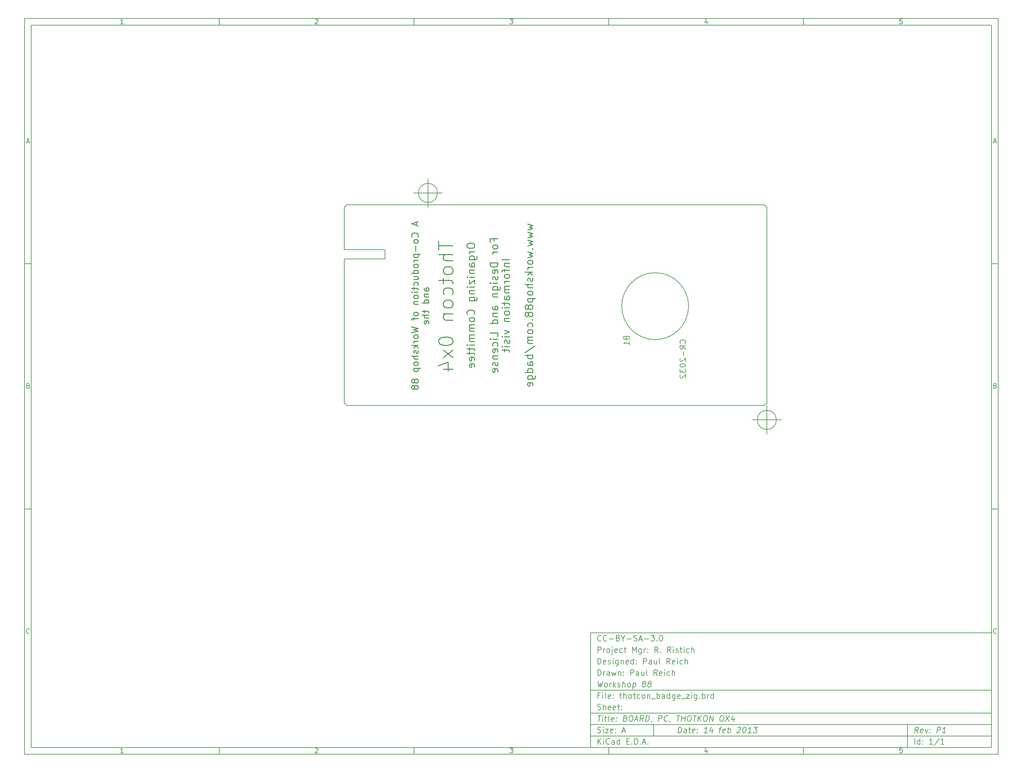
<source format=gbo>
G04 (created by PCBNEW (2012-11-15 BZR 3804)-stable) date Thu 14 Feb 2013 01:13:19 CST*
%MOIN*%
G04 Gerber Fmt 3.4, Leading zero omitted, Abs format*
%FSLAX34Y34*%
G01*
G70*
G90*
G04 APERTURE LIST*
%ADD10C,0.006*%
%ADD11C,0.007*%
%ADD12C,0.01*%
%ADD13C,0.00590551*%
%ADD14C,0.008*%
G04 APERTURE END LIST*
G54D10*
X-38750Y36250D02*
X63250Y36250D01*
X63250Y-40750D01*
X-38750Y-40750D01*
X-38750Y36250D01*
X-38050Y35550D02*
X62550Y35550D01*
X62550Y-40050D01*
X-38050Y-40050D01*
X-38050Y35550D01*
X-18350Y36250D02*
X-18350Y35550D01*
X-28407Y35697D02*
X-28692Y35697D01*
X-28550Y35697D02*
X-28550Y36197D01*
X-28597Y36126D01*
X-28645Y36078D01*
X-28692Y36054D01*
X-18350Y-40750D02*
X-18350Y-40050D01*
X-28407Y-40602D02*
X-28692Y-40602D01*
X-28550Y-40602D02*
X-28550Y-40102D01*
X-28597Y-40173D01*
X-28645Y-40221D01*
X-28692Y-40245D01*
X2050Y36250D02*
X2050Y35550D01*
X-8292Y36150D02*
X-8269Y36173D01*
X-8221Y36197D01*
X-8102Y36197D01*
X-8054Y36173D01*
X-8030Y36150D01*
X-8007Y36102D01*
X-8007Y36054D01*
X-8030Y35983D01*
X-8316Y35697D01*
X-8007Y35697D01*
X2050Y-40750D02*
X2050Y-40050D01*
X-8292Y-40150D02*
X-8269Y-40126D01*
X-8221Y-40102D01*
X-8102Y-40102D01*
X-8054Y-40126D01*
X-8030Y-40150D01*
X-8007Y-40197D01*
X-8007Y-40245D01*
X-8030Y-40316D01*
X-8316Y-40602D01*
X-8007Y-40602D01*
X22450Y36250D02*
X22450Y35550D01*
X12083Y36197D02*
X12392Y36197D01*
X12226Y36007D01*
X12297Y36007D01*
X12345Y35983D01*
X12369Y35959D01*
X12392Y35911D01*
X12392Y35792D01*
X12369Y35745D01*
X12345Y35721D01*
X12297Y35697D01*
X12154Y35697D01*
X12107Y35721D01*
X12083Y35745D01*
X22450Y-40750D02*
X22450Y-40050D01*
X12083Y-40102D02*
X12392Y-40102D01*
X12226Y-40292D01*
X12297Y-40292D01*
X12345Y-40316D01*
X12369Y-40340D01*
X12392Y-40388D01*
X12392Y-40507D01*
X12369Y-40554D01*
X12345Y-40578D01*
X12297Y-40602D01*
X12154Y-40602D01*
X12107Y-40578D01*
X12083Y-40554D01*
X42850Y36250D02*
X42850Y35550D01*
X32745Y36030D02*
X32745Y35697D01*
X32626Y36221D02*
X32507Y35864D01*
X32816Y35864D01*
X42850Y-40750D02*
X42850Y-40050D01*
X32745Y-40269D02*
X32745Y-40602D01*
X32626Y-40078D02*
X32507Y-40435D01*
X32816Y-40435D01*
X53169Y36197D02*
X52930Y36197D01*
X52907Y35959D01*
X52930Y35983D01*
X52978Y36007D01*
X53097Y36007D01*
X53145Y35983D01*
X53169Y35959D01*
X53192Y35911D01*
X53192Y35792D01*
X53169Y35745D01*
X53145Y35721D01*
X53097Y35697D01*
X52978Y35697D01*
X52930Y35721D01*
X52907Y35745D01*
X53169Y-40102D02*
X52930Y-40102D01*
X52907Y-40340D01*
X52930Y-40316D01*
X52978Y-40292D01*
X53097Y-40292D01*
X53145Y-40316D01*
X53169Y-40340D01*
X53192Y-40388D01*
X53192Y-40507D01*
X53169Y-40554D01*
X53145Y-40578D01*
X53097Y-40602D01*
X52978Y-40602D01*
X52930Y-40578D01*
X52907Y-40554D01*
X-38750Y10590D02*
X-38050Y10590D01*
X-38519Y23360D02*
X-38280Y23360D01*
X-38566Y23217D02*
X-38399Y23717D01*
X-38233Y23217D01*
X63250Y10590D02*
X62550Y10590D01*
X62780Y23360D02*
X63019Y23360D01*
X62733Y23217D02*
X62900Y23717D01*
X63066Y23217D01*
X-38750Y-15070D02*
X-38050Y-15070D01*
X-38364Y-2180D02*
X-38292Y-2204D01*
X-38269Y-2228D01*
X-38245Y-2275D01*
X-38245Y-2347D01*
X-38269Y-2394D01*
X-38292Y-2418D01*
X-38340Y-2442D01*
X-38530Y-2442D01*
X-38530Y-1942D01*
X-38364Y-1942D01*
X-38316Y-1966D01*
X-38292Y-1990D01*
X-38269Y-2037D01*
X-38269Y-2085D01*
X-38292Y-2132D01*
X-38316Y-2156D01*
X-38364Y-2180D01*
X-38530Y-2180D01*
X63250Y-15070D02*
X62550Y-15070D01*
X62935Y-2180D02*
X63007Y-2204D01*
X63030Y-2228D01*
X63054Y-2275D01*
X63054Y-2347D01*
X63030Y-2394D01*
X63007Y-2418D01*
X62959Y-2442D01*
X62769Y-2442D01*
X62769Y-1942D01*
X62935Y-1942D01*
X62983Y-1966D01*
X63007Y-1990D01*
X63030Y-2037D01*
X63030Y-2085D01*
X63007Y-2132D01*
X62983Y-2156D01*
X62935Y-2180D01*
X62769Y-2180D01*
X-38245Y-28054D02*
X-38269Y-28078D01*
X-38340Y-28102D01*
X-38388Y-28102D01*
X-38459Y-28078D01*
X-38507Y-28030D01*
X-38530Y-27983D01*
X-38554Y-27888D01*
X-38554Y-27816D01*
X-38530Y-27721D01*
X-38507Y-27673D01*
X-38459Y-27626D01*
X-38388Y-27602D01*
X-38340Y-27602D01*
X-38269Y-27626D01*
X-38245Y-27650D01*
X63054Y-28054D02*
X63030Y-28078D01*
X62959Y-28102D01*
X62911Y-28102D01*
X62840Y-28078D01*
X62792Y-28030D01*
X62769Y-27983D01*
X62745Y-27888D01*
X62745Y-27816D01*
X62769Y-27721D01*
X62792Y-27673D01*
X62840Y-27626D01*
X62911Y-27602D01*
X62959Y-27602D01*
X63030Y-27626D01*
X63054Y-27650D01*
X29700Y-38492D02*
X29775Y-37892D01*
X29917Y-37892D01*
X30000Y-37921D01*
X30050Y-37978D01*
X30071Y-38035D01*
X30085Y-38150D01*
X30075Y-38235D01*
X30032Y-38350D01*
X29996Y-38407D01*
X29932Y-38464D01*
X29842Y-38492D01*
X29700Y-38492D01*
X30557Y-38492D02*
X30596Y-38178D01*
X30575Y-38121D01*
X30521Y-38092D01*
X30407Y-38092D01*
X30346Y-38121D01*
X30560Y-38464D02*
X30500Y-38492D01*
X30357Y-38492D01*
X30303Y-38464D01*
X30282Y-38407D01*
X30289Y-38350D01*
X30325Y-38292D01*
X30385Y-38264D01*
X30528Y-38264D01*
X30589Y-38235D01*
X30807Y-38092D02*
X31035Y-38092D01*
X30917Y-37892D02*
X30853Y-38407D01*
X30875Y-38464D01*
X30928Y-38492D01*
X30985Y-38492D01*
X31417Y-38464D02*
X31357Y-38492D01*
X31242Y-38492D01*
X31189Y-38464D01*
X31167Y-38407D01*
X31196Y-38178D01*
X31232Y-38121D01*
X31292Y-38092D01*
X31407Y-38092D01*
X31460Y-38121D01*
X31482Y-38178D01*
X31475Y-38235D01*
X31182Y-38292D01*
X31707Y-38435D02*
X31732Y-38464D01*
X31700Y-38492D01*
X31675Y-38464D01*
X31707Y-38435D01*
X31700Y-38492D01*
X31746Y-38121D02*
X31771Y-38150D01*
X31739Y-38178D01*
X31714Y-38150D01*
X31746Y-38121D01*
X31739Y-38178D01*
X32757Y-38492D02*
X32414Y-38492D01*
X32585Y-38492D02*
X32660Y-37892D01*
X32592Y-37978D01*
X32528Y-38035D01*
X32467Y-38064D01*
X33321Y-38092D02*
X33271Y-38492D01*
X33207Y-37864D02*
X33010Y-38292D01*
X33382Y-38292D01*
X34007Y-38092D02*
X34235Y-38092D01*
X34042Y-38492D02*
X34107Y-37978D01*
X34142Y-37921D01*
X34203Y-37892D01*
X34260Y-37892D01*
X34617Y-38464D02*
X34557Y-38492D01*
X34442Y-38492D01*
X34389Y-38464D01*
X34367Y-38407D01*
X34396Y-38178D01*
X34432Y-38121D01*
X34492Y-38092D01*
X34607Y-38092D01*
X34660Y-38121D01*
X34682Y-38178D01*
X34675Y-38235D01*
X34382Y-38292D01*
X34900Y-38492D02*
X34975Y-37892D01*
X34946Y-38121D02*
X35007Y-38092D01*
X35121Y-38092D01*
X35175Y-38121D01*
X35200Y-38150D01*
X35221Y-38207D01*
X35200Y-38378D01*
X35164Y-38435D01*
X35132Y-38464D01*
X35071Y-38492D01*
X34957Y-38492D01*
X34903Y-38464D01*
X35939Y-37950D02*
X35971Y-37921D01*
X36032Y-37892D01*
X36175Y-37892D01*
X36228Y-37921D01*
X36253Y-37950D01*
X36275Y-38007D01*
X36267Y-38064D01*
X36228Y-38150D01*
X35842Y-38492D01*
X36214Y-38492D01*
X36660Y-37892D02*
X36717Y-37892D01*
X36771Y-37921D01*
X36796Y-37950D01*
X36817Y-38007D01*
X36832Y-38121D01*
X36814Y-38264D01*
X36771Y-38378D01*
X36735Y-38435D01*
X36703Y-38464D01*
X36642Y-38492D01*
X36585Y-38492D01*
X36532Y-38464D01*
X36507Y-38435D01*
X36485Y-38378D01*
X36471Y-38264D01*
X36489Y-38121D01*
X36532Y-38007D01*
X36567Y-37950D01*
X36600Y-37921D01*
X36660Y-37892D01*
X37357Y-38492D02*
X37014Y-38492D01*
X37185Y-38492D02*
X37260Y-37892D01*
X37192Y-37978D01*
X37128Y-38035D01*
X37067Y-38064D01*
X37632Y-37892D02*
X38003Y-37892D01*
X37775Y-38121D01*
X37860Y-38121D01*
X37914Y-38150D01*
X37939Y-38178D01*
X37960Y-38235D01*
X37942Y-38378D01*
X37907Y-38435D01*
X37875Y-38464D01*
X37814Y-38492D01*
X37642Y-38492D01*
X37589Y-38464D01*
X37564Y-38435D01*
X21292Y-39692D02*
X21292Y-39092D01*
X21635Y-39692D02*
X21378Y-39350D01*
X21635Y-39092D02*
X21292Y-39435D01*
X21892Y-39692D02*
X21892Y-39292D01*
X21892Y-39092D02*
X21864Y-39121D01*
X21892Y-39150D01*
X21921Y-39121D01*
X21892Y-39092D01*
X21892Y-39150D01*
X22521Y-39635D02*
X22492Y-39664D01*
X22407Y-39692D01*
X22350Y-39692D01*
X22264Y-39664D01*
X22207Y-39607D01*
X22178Y-39550D01*
X22150Y-39435D01*
X22150Y-39350D01*
X22178Y-39235D01*
X22207Y-39178D01*
X22264Y-39121D01*
X22350Y-39092D01*
X22407Y-39092D01*
X22492Y-39121D01*
X22521Y-39150D01*
X23035Y-39692D02*
X23035Y-39378D01*
X23007Y-39321D01*
X22950Y-39292D01*
X22835Y-39292D01*
X22778Y-39321D01*
X23035Y-39664D02*
X22978Y-39692D01*
X22835Y-39692D01*
X22778Y-39664D01*
X22750Y-39607D01*
X22750Y-39550D01*
X22778Y-39492D01*
X22835Y-39464D01*
X22978Y-39464D01*
X23035Y-39435D01*
X23578Y-39692D02*
X23578Y-39092D01*
X23578Y-39664D02*
X23521Y-39692D01*
X23407Y-39692D01*
X23350Y-39664D01*
X23321Y-39635D01*
X23292Y-39578D01*
X23292Y-39407D01*
X23321Y-39350D01*
X23350Y-39321D01*
X23407Y-39292D01*
X23521Y-39292D01*
X23578Y-39321D01*
X24321Y-39378D02*
X24521Y-39378D01*
X24607Y-39692D02*
X24321Y-39692D01*
X24321Y-39092D01*
X24607Y-39092D01*
X24864Y-39635D02*
X24892Y-39664D01*
X24864Y-39692D01*
X24835Y-39664D01*
X24864Y-39635D01*
X24864Y-39692D01*
X25149Y-39692D02*
X25149Y-39092D01*
X25292Y-39092D01*
X25378Y-39121D01*
X25435Y-39178D01*
X25464Y-39235D01*
X25492Y-39350D01*
X25492Y-39435D01*
X25464Y-39550D01*
X25435Y-39607D01*
X25378Y-39664D01*
X25292Y-39692D01*
X25149Y-39692D01*
X25749Y-39635D02*
X25778Y-39664D01*
X25749Y-39692D01*
X25721Y-39664D01*
X25749Y-39635D01*
X25749Y-39692D01*
X26007Y-39521D02*
X26292Y-39521D01*
X25949Y-39692D02*
X26149Y-39092D01*
X26349Y-39692D01*
X26549Y-39635D02*
X26578Y-39664D01*
X26549Y-39692D01*
X26521Y-39664D01*
X26549Y-39635D01*
X26549Y-39692D01*
X54842Y-38492D02*
X54678Y-38207D01*
X54500Y-38492D02*
X54575Y-37892D01*
X54803Y-37892D01*
X54857Y-37921D01*
X54882Y-37950D01*
X54903Y-38007D01*
X54892Y-38092D01*
X54857Y-38150D01*
X54825Y-38178D01*
X54764Y-38207D01*
X54535Y-38207D01*
X55332Y-38464D02*
X55271Y-38492D01*
X55157Y-38492D01*
X55103Y-38464D01*
X55082Y-38407D01*
X55110Y-38178D01*
X55146Y-38121D01*
X55207Y-38092D01*
X55321Y-38092D01*
X55375Y-38121D01*
X55396Y-38178D01*
X55389Y-38235D01*
X55096Y-38292D01*
X55607Y-38092D02*
X55700Y-38492D01*
X55892Y-38092D01*
X56078Y-38435D02*
X56103Y-38464D01*
X56071Y-38492D01*
X56046Y-38464D01*
X56078Y-38435D01*
X56071Y-38492D01*
X56117Y-38121D02*
X56142Y-38150D01*
X56110Y-38178D01*
X56085Y-38150D01*
X56117Y-38121D01*
X56110Y-38178D01*
X56814Y-38492D02*
X56889Y-37892D01*
X57117Y-37892D01*
X57171Y-37921D01*
X57196Y-37950D01*
X57217Y-38007D01*
X57207Y-38092D01*
X57171Y-38150D01*
X57139Y-38178D01*
X57078Y-38207D01*
X56850Y-38207D01*
X57728Y-38492D02*
X57385Y-38492D01*
X57557Y-38492D02*
X57632Y-37892D01*
X57564Y-37978D01*
X57500Y-38035D01*
X57439Y-38064D01*
X21264Y-38464D02*
X21350Y-38492D01*
X21492Y-38492D01*
X21550Y-38464D01*
X21578Y-38435D01*
X21607Y-38378D01*
X21607Y-38321D01*
X21578Y-38264D01*
X21550Y-38235D01*
X21492Y-38207D01*
X21378Y-38178D01*
X21321Y-38150D01*
X21292Y-38121D01*
X21264Y-38064D01*
X21264Y-38007D01*
X21292Y-37950D01*
X21321Y-37921D01*
X21378Y-37892D01*
X21521Y-37892D01*
X21607Y-37921D01*
X21864Y-38492D02*
X21864Y-38092D01*
X21864Y-37892D02*
X21835Y-37921D01*
X21864Y-37950D01*
X21892Y-37921D01*
X21864Y-37892D01*
X21864Y-37950D01*
X22092Y-38092D02*
X22407Y-38092D01*
X22092Y-38492D01*
X22407Y-38492D01*
X22864Y-38464D02*
X22807Y-38492D01*
X22692Y-38492D01*
X22635Y-38464D01*
X22607Y-38407D01*
X22607Y-38178D01*
X22635Y-38121D01*
X22692Y-38092D01*
X22807Y-38092D01*
X22864Y-38121D01*
X22892Y-38178D01*
X22892Y-38235D01*
X22607Y-38292D01*
X23150Y-38435D02*
X23178Y-38464D01*
X23150Y-38492D01*
X23121Y-38464D01*
X23150Y-38435D01*
X23150Y-38492D01*
X23150Y-38121D02*
X23178Y-38150D01*
X23150Y-38178D01*
X23121Y-38150D01*
X23150Y-38121D01*
X23150Y-38178D01*
X23864Y-38321D02*
X24150Y-38321D01*
X23807Y-38492D02*
X24007Y-37892D01*
X24207Y-38492D01*
X54492Y-39692D02*
X54492Y-39092D01*
X55035Y-39692D02*
X55035Y-39092D01*
X55035Y-39664D02*
X54978Y-39692D01*
X54864Y-39692D01*
X54807Y-39664D01*
X54778Y-39635D01*
X54750Y-39578D01*
X54750Y-39407D01*
X54778Y-39350D01*
X54807Y-39321D01*
X54864Y-39292D01*
X54978Y-39292D01*
X55035Y-39321D01*
X55321Y-39635D02*
X55350Y-39664D01*
X55321Y-39692D01*
X55292Y-39664D01*
X55321Y-39635D01*
X55321Y-39692D01*
X55321Y-39321D02*
X55350Y-39350D01*
X55321Y-39378D01*
X55292Y-39350D01*
X55321Y-39321D01*
X55321Y-39378D01*
X56378Y-39692D02*
X56035Y-39692D01*
X56207Y-39692D02*
X56207Y-39092D01*
X56149Y-39178D01*
X56092Y-39235D01*
X56035Y-39264D01*
X57064Y-39064D02*
X56550Y-39835D01*
X57578Y-39692D02*
X57235Y-39692D01*
X57407Y-39692D02*
X57407Y-39092D01*
X57349Y-39178D01*
X57292Y-39235D01*
X57235Y-39264D01*
X21289Y-36692D02*
X21632Y-36692D01*
X21385Y-37292D02*
X21460Y-36692D01*
X21757Y-37292D02*
X21807Y-36892D01*
X21832Y-36692D02*
X21800Y-36721D01*
X21825Y-36750D01*
X21857Y-36721D01*
X21832Y-36692D01*
X21825Y-36750D01*
X22007Y-36892D02*
X22235Y-36892D01*
X22117Y-36692D02*
X22053Y-37207D01*
X22075Y-37264D01*
X22128Y-37292D01*
X22185Y-37292D01*
X22471Y-37292D02*
X22417Y-37264D01*
X22396Y-37207D01*
X22460Y-36692D01*
X22932Y-37264D02*
X22871Y-37292D01*
X22757Y-37292D01*
X22703Y-37264D01*
X22682Y-37207D01*
X22710Y-36978D01*
X22746Y-36921D01*
X22807Y-36892D01*
X22921Y-36892D01*
X22975Y-36921D01*
X22996Y-36978D01*
X22989Y-37035D01*
X22696Y-37092D01*
X23221Y-37235D02*
X23246Y-37264D01*
X23214Y-37292D01*
X23189Y-37264D01*
X23221Y-37235D01*
X23214Y-37292D01*
X23260Y-36921D02*
X23285Y-36950D01*
X23253Y-36978D01*
X23228Y-36950D01*
X23260Y-36921D01*
X23253Y-36978D01*
X24196Y-36978D02*
X24278Y-37007D01*
X24303Y-37035D01*
X24325Y-37092D01*
X24314Y-37178D01*
X24278Y-37235D01*
X24246Y-37264D01*
X24185Y-37292D01*
X23957Y-37292D01*
X24032Y-36692D01*
X24232Y-36692D01*
X24285Y-36721D01*
X24310Y-36750D01*
X24332Y-36807D01*
X24325Y-36864D01*
X24289Y-36921D01*
X24257Y-36950D01*
X24196Y-36978D01*
X23996Y-36978D01*
X24746Y-36692D02*
X24860Y-36692D01*
X24914Y-36721D01*
X24964Y-36778D01*
X24978Y-36892D01*
X24953Y-37092D01*
X24910Y-37207D01*
X24846Y-37264D01*
X24785Y-37292D01*
X24671Y-37292D01*
X24617Y-37264D01*
X24567Y-37207D01*
X24553Y-37092D01*
X24578Y-36892D01*
X24621Y-36778D01*
X24685Y-36721D01*
X24746Y-36692D01*
X25178Y-37121D02*
X25464Y-37121D01*
X25100Y-37292D02*
X25375Y-36692D01*
X25500Y-37292D01*
X26042Y-37292D02*
X25878Y-37007D01*
X25700Y-37292D02*
X25775Y-36692D01*
X26003Y-36692D01*
X26057Y-36721D01*
X26082Y-36750D01*
X26103Y-36807D01*
X26092Y-36892D01*
X26057Y-36950D01*
X26025Y-36978D01*
X25964Y-37007D01*
X25735Y-37007D01*
X26300Y-37292D02*
X26375Y-36692D01*
X26517Y-36692D01*
X26600Y-36721D01*
X26650Y-36778D01*
X26671Y-36835D01*
X26685Y-36950D01*
X26675Y-37035D01*
X26632Y-37150D01*
X26596Y-37207D01*
X26532Y-37264D01*
X26442Y-37292D01*
X26300Y-37292D01*
X26932Y-37264D02*
X26928Y-37292D01*
X26892Y-37350D01*
X26860Y-37378D01*
X27642Y-37292D02*
X27717Y-36692D01*
X27946Y-36692D01*
X27999Y-36721D01*
X28025Y-36750D01*
X28046Y-36807D01*
X28035Y-36892D01*
X28000Y-36950D01*
X27967Y-36978D01*
X27907Y-37007D01*
X27678Y-37007D01*
X28592Y-37235D02*
X28560Y-37264D01*
X28471Y-37292D01*
X28414Y-37292D01*
X28332Y-37264D01*
X28282Y-37207D01*
X28260Y-37150D01*
X28246Y-37035D01*
X28257Y-36950D01*
X28300Y-36835D01*
X28335Y-36778D01*
X28399Y-36721D01*
X28489Y-36692D01*
X28546Y-36692D01*
X28628Y-36721D01*
X28653Y-36750D01*
X28875Y-37264D02*
X28871Y-37292D01*
X28835Y-37350D01*
X28803Y-37378D01*
X29575Y-36692D02*
X29917Y-36692D01*
X29671Y-37292D02*
X29746Y-36692D01*
X30042Y-37292D02*
X30117Y-36692D01*
X30082Y-36978D02*
X30425Y-36978D01*
X30385Y-37292D02*
X30460Y-36692D01*
X30860Y-36692D02*
X30975Y-36692D01*
X31028Y-36721D01*
X31078Y-36778D01*
X31092Y-36892D01*
X31067Y-37092D01*
X31024Y-37207D01*
X30960Y-37264D01*
X30900Y-37292D01*
X30785Y-37292D01*
X30732Y-37264D01*
X30682Y-37207D01*
X30667Y-37092D01*
X30692Y-36892D01*
X30735Y-36778D01*
X30799Y-36721D01*
X30860Y-36692D01*
X31289Y-36692D02*
X31632Y-36692D01*
X31385Y-37292D02*
X31460Y-36692D01*
X31757Y-37292D02*
X31832Y-36692D01*
X32099Y-37292D02*
X31885Y-36950D01*
X32174Y-36692D02*
X31789Y-37035D01*
X32546Y-36692D02*
X32660Y-36692D01*
X32714Y-36721D01*
X32764Y-36778D01*
X32778Y-36892D01*
X32753Y-37092D01*
X32710Y-37207D01*
X32646Y-37264D01*
X32585Y-37292D01*
X32471Y-37292D01*
X32417Y-37264D01*
X32367Y-37207D01*
X32353Y-37092D01*
X32378Y-36892D01*
X32421Y-36778D01*
X32485Y-36721D01*
X32546Y-36692D01*
X32985Y-37292D02*
X33060Y-36692D01*
X33328Y-37292D01*
X33403Y-36692D01*
X34260Y-36692D02*
X34374Y-36692D01*
X34428Y-36721D01*
X34478Y-36778D01*
X34492Y-36892D01*
X34467Y-37092D01*
X34424Y-37207D01*
X34360Y-37264D01*
X34299Y-37292D01*
X34185Y-37292D01*
X34132Y-37264D01*
X34082Y-37207D01*
X34067Y-37092D01*
X34092Y-36892D01*
X34135Y-36778D01*
X34199Y-36721D01*
X34260Y-36692D01*
X34717Y-36692D02*
X35042Y-37292D01*
X35117Y-36692D02*
X34642Y-37292D01*
X35578Y-36892D02*
X35528Y-37292D01*
X35464Y-36664D02*
X35267Y-37092D01*
X35639Y-37092D01*
X21492Y-34578D02*
X21292Y-34578D01*
X21292Y-34892D02*
X21292Y-34292D01*
X21578Y-34292D01*
X21807Y-34892D02*
X21807Y-34492D01*
X21807Y-34292D02*
X21778Y-34321D01*
X21807Y-34350D01*
X21835Y-34321D01*
X21807Y-34292D01*
X21807Y-34350D01*
X22178Y-34892D02*
X22121Y-34864D01*
X22092Y-34807D01*
X22092Y-34292D01*
X22635Y-34864D02*
X22578Y-34892D01*
X22464Y-34892D01*
X22407Y-34864D01*
X22378Y-34807D01*
X22378Y-34578D01*
X22407Y-34521D01*
X22464Y-34492D01*
X22578Y-34492D01*
X22635Y-34521D01*
X22664Y-34578D01*
X22664Y-34635D01*
X22378Y-34692D01*
X22921Y-34835D02*
X22950Y-34864D01*
X22921Y-34892D01*
X22892Y-34864D01*
X22921Y-34835D01*
X22921Y-34892D01*
X22921Y-34521D02*
X22950Y-34550D01*
X22921Y-34578D01*
X22892Y-34550D01*
X22921Y-34521D01*
X22921Y-34578D01*
X23578Y-34492D02*
X23807Y-34492D01*
X23664Y-34292D02*
X23664Y-34807D01*
X23692Y-34864D01*
X23750Y-34892D01*
X23807Y-34892D01*
X24007Y-34892D02*
X24007Y-34292D01*
X24264Y-34892D02*
X24264Y-34578D01*
X24235Y-34521D01*
X24178Y-34492D01*
X24092Y-34492D01*
X24035Y-34521D01*
X24007Y-34550D01*
X24635Y-34892D02*
X24578Y-34864D01*
X24550Y-34835D01*
X24521Y-34778D01*
X24521Y-34607D01*
X24550Y-34550D01*
X24578Y-34521D01*
X24635Y-34492D01*
X24721Y-34492D01*
X24778Y-34521D01*
X24807Y-34550D01*
X24835Y-34607D01*
X24835Y-34778D01*
X24807Y-34835D01*
X24778Y-34864D01*
X24721Y-34892D01*
X24635Y-34892D01*
X25007Y-34492D02*
X25235Y-34492D01*
X25092Y-34292D02*
X25092Y-34807D01*
X25121Y-34864D01*
X25178Y-34892D01*
X25235Y-34892D01*
X25692Y-34864D02*
X25635Y-34892D01*
X25521Y-34892D01*
X25464Y-34864D01*
X25435Y-34835D01*
X25407Y-34778D01*
X25407Y-34607D01*
X25435Y-34550D01*
X25464Y-34521D01*
X25521Y-34492D01*
X25635Y-34492D01*
X25692Y-34521D01*
X26035Y-34892D02*
X25978Y-34864D01*
X25950Y-34835D01*
X25921Y-34778D01*
X25921Y-34607D01*
X25950Y-34550D01*
X25978Y-34521D01*
X26035Y-34492D01*
X26121Y-34492D01*
X26178Y-34521D01*
X26207Y-34550D01*
X26235Y-34607D01*
X26235Y-34778D01*
X26207Y-34835D01*
X26178Y-34864D01*
X26121Y-34892D01*
X26035Y-34892D01*
X26492Y-34492D02*
X26492Y-34892D01*
X26492Y-34550D02*
X26521Y-34521D01*
X26578Y-34492D01*
X26664Y-34492D01*
X26721Y-34521D01*
X26750Y-34578D01*
X26750Y-34892D01*
X26892Y-34950D02*
X27350Y-34950D01*
X27492Y-34892D02*
X27492Y-34292D01*
X27492Y-34521D02*
X27550Y-34492D01*
X27664Y-34492D01*
X27721Y-34521D01*
X27750Y-34550D01*
X27778Y-34607D01*
X27778Y-34778D01*
X27750Y-34835D01*
X27721Y-34864D01*
X27664Y-34892D01*
X27550Y-34892D01*
X27492Y-34864D01*
X28292Y-34892D02*
X28292Y-34578D01*
X28264Y-34521D01*
X28207Y-34492D01*
X28092Y-34492D01*
X28035Y-34521D01*
X28292Y-34864D02*
X28235Y-34892D01*
X28092Y-34892D01*
X28035Y-34864D01*
X28007Y-34807D01*
X28007Y-34750D01*
X28035Y-34692D01*
X28092Y-34664D01*
X28235Y-34664D01*
X28292Y-34635D01*
X28835Y-34892D02*
X28835Y-34292D01*
X28835Y-34864D02*
X28778Y-34892D01*
X28664Y-34892D01*
X28607Y-34864D01*
X28578Y-34835D01*
X28550Y-34778D01*
X28550Y-34607D01*
X28578Y-34550D01*
X28607Y-34521D01*
X28664Y-34492D01*
X28778Y-34492D01*
X28835Y-34521D01*
X29378Y-34492D02*
X29378Y-34978D01*
X29350Y-35035D01*
X29321Y-35064D01*
X29264Y-35092D01*
X29178Y-35092D01*
X29121Y-35064D01*
X29378Y-34864D02*
X29321Y-34892D01*
X29207Y-34892D01*
X29150Y-34864D01*
X29121Y-34835D01*
X29092Y-34778D01*
X29092Y-34607D01*
X29121Y-34550D01*
X29150Y-34521D01*
X29207Y-34492D01*
X29321Y-34492D01*
X29378Y-34521D01*
X29892Y-34864D02*
X29835Y-34892D01*
X29721Y-34892D01*
X29664Y-34864D01*
X29635Y-34807D01*
X29635Y-34578D01*
X29664Y-34521D01*
X29721Y-34492D01*
X29835Y-34492D01*
X29892Y-34521D01*
X29921Y-34578D01*
X29921Y-34635D01*
X29635Y-34692D01*
X30035Y-34950D02*
X30492Y-34950D01*
X30578Y-34492D02*
X30892Y-34492D01*
X30578Y-34892D01*
X30892Y-34892D01*
X31121Y-34892D02*
X31121Y-34492D01*
X31121Y-34292D02*
X31092Y-34321D01*
X31121Y-34350D01*
X31150Y-34321D01*
X31121Y-34292D01*
X31121Y-34350D01*
X31664Y-34492D02*
X31664Y-34978D01*
X31635Y-35035D01*
X31607Y-35064D01*
X31549Y-35092D01*
X31464Y-35092D01*
X31407Y-35064D01*
X31664Y-34864D02*
X31607Y-34892D01*
X31492Y-34892D01*
X31435Y-34864D01*
X31407Y-34835D01*
X31378Y-34778D01*
X31378Y-34607D01*
X31407Y-34550D01*
X31435Y-34521D01*
X31492Y-34492D01*
X31607Y-34492D01*
X31664Y-34521D01*
X31949Y-34835D02*
X31978Y-34864D01*
X31949Y-34892D01*
X31921Y-34864D01*
X31949Y-34835D01*
X31949Y-34892D01*
X32235Y-34892D02*
X32235Y-34292D01*
X32235Y-34521D02*
X32292Y-34492D01*
X32407Y-34492D01*
X32464Y-34521D01*
X32492Y-34550D01*
X32521Y-34607D01*
X32521Y-34778D01*
X32492Y-34835D01*
X32464Y-34864D01*
X32407Y-34892D01*
X32292Y-34892D01*
X32235Y-34864D01*
X32778Y-34892D02*
X32778Y-34492D01*
X32778Y-34607D02*
X32807Y-34550D01*
X32835Y-34521D01*
X32892Y-34492D01*
X32949Y-34492D01*
X33407Y-34892D02*
X33407Y-34292D01*
X33407Y-34864D02*
X33349Y-34892D01*
X33235Y-34892D01*
X33178Y-34864D01*
X33149Y-34835D01*
X33121Y-34778D01*
X33121Y-34607D01*
X33149Y-34550D01*
X33178Y-34521D01*
X33235Y-34492D01*
X33349Y-34492D01*
X33407Y-34521D01*
X21264Y-36064D02*
X21350Y-36092D01*
X21492Y-36092D01*
X21550Y-36064D01*
X21578Y-36035D01*
X21607Y-35978D01*
X21607Y-35921D01*
X21578Y-35864D01*
X21550Y-35835D01*
X21492Y-35807D01*
X21378Y-35778D01*
X21321Y-35750D01*
X21292Y-35721D01*
X21264Y-35664D01*
X21264Y-35607D01*
X21292Y-35550D01*
X21321Y-35521D01*
X21378Y-35492D01*
X21521Y-35492D01*
X21607Y-35521D01*
X21864Y-36092D02*
X21864Y-35492D01*
X22121Y-36092D02*
X22121Y-35778D01*
X22092Y-35721D01*
X22035Y-35692D01*
X21950Y-35692D01*
X21892Y-35721D01*
X21864Y-35750D01*
X22635Y-36064D02*
X22578Y-36092D01*
X22464Y-36092D01*
X22407Y-36064D01*
X22378Y-36007D01*
X22378Y-35778D01*
X22407Y-35721D01*
X22464Y-35692D01*
X22578Y-35692D01*
X22635Y-35721D01*
X22664Y-35778D01*
X22664Y-35835D01*
X22378Y-35892D01*
X23150Y-36064D02*
X23092Y-36092D01*
X22978Y-36092D01*
X22921Y-36064D01*
X22892Y-36007D01*
X22892Y-35778D01*
X22921Y-35721D01*
X22978Y-35692D01*
X23092Y-35692D01*
X23150Y-35721D01*
X23178Y-35778D01*
X23178Y-35835D01*
X22892Y-35892D01*
X23350Y-35692D02*
X23578Y-35692D01*
X23435Y-35492D02*
X23435Y-36007D01*
X23464Y-36064D01*
X23521Y-36092D01*
X23578Y-36092D01*
X23778Y-36035D02*
X23807Y-36064D01*
X23778Y-36092D01*
X23750Y-36064D01*
X23778Y-36035D01*
X23778Y-36092D01*
X23778Y-35721D02*
X23807Y-35750D01*
X23778Y-35778D01*
X23750Y-35750D01*
X23778Y-35721D01*
X23778Y-35778D01*
X21317Y-33092D02*
X21385Y-33692D01*
X21553Y-33264D01*
X21614Y-33692D01*
X21832Y-33092D01*
X22071Y-33692D02*
X22017Y-33664D01*
X21992Y-33635D01*
X21971Y-33578D01*
X21992Y-33407D01*
X22028Y-33350D01*
X22060Y-33321D01*
X22121Y-33292D01*
X22207Y-33292D01*
X22260Y-33321D01*
X22285Y-33350D01*
X22307Y-33407D01*
X22285Y-33578D01*
X22250Y-33635D01*
X22217Y-33664D01*
X22157Y-33692D01*
X22071Y-33692D01*
X22528Y-33692D02*
X22578Y-33292D01*
X22564Y-33407D02*
X22600Y-33350D01*
X22632Y-33321D01*
X22692Y-33292D01*
X22750Y-33292D01*
X22900Y-33692D02*
X22975Y-33092D01*
X22985Y-33464D02*
X23128Y-33692D01*
X23178Y-33292D02*
X22921Y-33521D01*
X23360Y-33664D02*
X23414Y-33692D01*
X23528Y-33692D01*
X23589Y-33664D01*
X23625Y-33607D01*
X23628Y-33578D01*
X23607Y-33521D01*
X23553Y-33492D01*
X23467Y-33492D01*
X23414Y-33464D01*
X23392Y-33407D01*
X23396Y-33378D01*
X23432Y-33321D01*
X23492Y-33292D01*
X23578Y-33292D01*
X23632Y-33321D01*
X23871Y-33692D02*
X23946Y-33092D01*
X24128Y-33692D02*
X24167Y-33378D01*
X24146Y-33321D01*
X24092Y-33292D01*
X24007Y-33292D01*
X23946Y-33321D01*
X23914Y-33350D01*
X24499Y-33692D02*
X24446Y-33664D01*
X24421Y-33635D01*
X24400Y-33578D01*
X24421Y-33407D01*
X24457Y-33350D01*
X24489Y-33321D01*
X24549Y-33292D01*
X24635Y-33292D01*
X24689Y-33321D01*
X24714Y-33350D01*
X24735Y-33407D01*
X24714Y-33578D01*
X24678Y-33635D01*
X24646Y-33664D01*
X24585Y-33692D01*
X24499Y-33692D01*
X25007Y-33292D02*
X24932Y-33892D01*
X25003Y-33321D02*
X25064Y-33292D01*
X25178Y-33292D01*
X25232Y-33321D01*
X25257Y-33350D01*
X25278Y-33407D01*
X25257Y-33578D01*
X25221Y-33635D01*
X25189Y-33664D01*
X25128Y-33692D01*
X25014Y-33692D01*
X24960Y-33664D01*
X26085Y-33350D02*
X26032Y-33321D01*
X26007Y-33292D01*
X25985Y-33235D01*
X25989Y-33207D01*
X26024Y-33150D01*
X26057Y-33121D01*
X26117Y-33092D01*
X26232Y-33092D01*
X26285Y-33121D01*
X26310Y-33150D01*
X26332Y-33207D01*
X26328Y-33235D01*
X26292Y-33292D01*
X26260Y-33321D01*
X26199Y-33350D01*
X26085Y-33350D01*
X26025Y-33378D01*
X25992Y-33407D01*
X25957Y-33464D01*
X25942Y-33578D01*
X25964Y-33635D01*
X25989Y-33664D01*
X26042Y-33692D01*
X26157Y-33692D01*
X26217Y-33664D01*
X26249Y-33635D01*
X26285Y-33578D01*
X26299Y-33464D01*
X26278Y-33407D01*
X26253Y-33378D01*
X26199Y-33350D01*
X26657Y-33350D02*
X26603Y-33321D01*
X26578Y-33292D01*
X26557Y-33235D01*
X26560Y-33207D01*
X26596Y-33150D01*
X26628Y-33121D01*
X26689Y-33092D01*
X26803Y-33092D01*
X26857Y-33121D01*
X26882Y-33150D01*
X26903Y-33207D01*
X26900Y-33235D01*
X26864Y-33292D01*
X26832Y-33321D01*
X26771Y-33350D01*
X26657Y-33350D01*
X26596Y-33378D01*
X26564Y-33407D01*
X26528Y-33464D01*
X26514Y-33578D01*
X26535Y-33635D01*
X26560Y-33664D01*
X26614Y-33692D01*
X26728Y-33692D01*
X26789Y-33664D01*
X26821Y-33635D01*
X26857Y-33578D01*
X26871Y-33464D01*
X26849Y-33407D01*
X26825Y-33378D01*
X26771Y-33350D01*
X21292Y-32492D02*
X21292Y-31892D01*
X21435Y-31892D01*
X21521Y-31921D01*
X21578Y-31978D01*
X21607Y-32035D01*
X21635Y-32150D01*
X21635Y-32235D01*
X21607Y-32350D01*
X21578Y-32407D01*
X21521Y-32464D01*
X21435Y-32492D01*
X21292Y-32492D01*
X21892Y-32492D02*
X21892Y-32092D01*
X21892Y-32207D02*
X21921Y-32150D01*
X21950Y-32121D01*
X22007Y-32092D01*
X22064Y-32092D01*
X22521Y-32492D02*
X22521Y-32178D01*
X22492Y-32121D01*
X22435Y-32092D01*
X22321Y-32092D01*
X22264Y-32121D01*
X22521Y-32464D02*
X22464Y-32492D01*
X22321Y-32492D01*
X22264Y-32464D01*
X22235Y-32407D01*
X22235Y-32350D01*
X22264Y-32292D01*
X22321Y-32264D01*
X22464Y-32264D01*
X22521Y-32235D01*
X22750Y-32092D02*
X22864Y-32492D01*
X22978Y-32207D01*
X23092Y-32492D01*
X23207Y-32092D01*
X23435Y-32092D02*
X23435Y-32492D01*
X23435Y-32150D02*
X23464Y-32121D01*
X23521Y-32092D01*
X23607Y-32092D01*
X23664Y-32121D01*
X23692Y-32178D01*
X23692Y-32492D01*
X23978Y-32435D02*
X24007Y-32464D01*
X23978Y-32492D01*
X23950Y-32464D01*
X23978Y-32435D01*
X23978Y-32492D01*
X23978Y-32121D02*
X24007Y-32150D01*
X23978Y-32178D01*
X23950Y-32150D01*
X23978Y-32121D01*
X23978Y-32178D01*
X24721Y-32492D02*
X24721Y-31892D01*
X24950Y-31892D01*
X25007Y-31921D01*
X25035Y-31950D01*
X25064Y-32007D01*
X25064Y-32092D01*
X25035Y-32150D01*
X25007Y-32178D01*
X24950Y-32207D01*
X24721Y-32207D01*
X25578Y-32492D02*
X25578Y-32178D01*
X25550Y-32121D01*
X25492Y-32092D01*
X25378Y-32092D01*
X25321Y-32121D01*
X25578Y-32464D02*
X25521Y-32492D01*
X25378Y-32492D01*
X25321Y-32464D01*
X25292Y-32407D01*
X25292Y-32350D01*
X25321Y-32292D01*
X25378Y-32264D01*
X25521Y-32264D01*
X25578Y-32235D01*
X26121Y-32092D02*
X26121Y-32492D01*
X25864Y-32092D02*
X25864Y-32407D01*
X25892Y-32464D01*
X25949Y-32492D01*
X26035Y-32492D01*
X26092Y-32464D01*
X26121Y-32435D01*
X26492Y-32492D02*
X26435Y-32464D01*
X26407Y-32407D01*
X26407Y-31892D01*
X27521Y-32492D02*
X27321Y-32207D01*
X27178Y-32492D02*
X27178Y-31892D01*
X27407Y-31892D01*
X27464Y-31921D01*
X27492Y-31950D01*
X27521Y-32007D01*
X27521Y-32092D01*
X27492Y-32150D01*
X27464Y-32178D01*
X27407Y-32207D01*
X27178Y-32207D01*
X28007Y-32464D02*
X27950Y-32492D01*
X27835Y-32492D01*
X27778Y-32464D01*
X27750Y-32407D01*
X27750Y-32178D01*
X27778Y-32121D01*
X27835Y-32092D01*
X27950Y-32092D01*
X28007Y-32121D01*
X28035Y-32178D01*
X28035Y-32235D01*
X27750Y-32292D01*
X28292Y-32492D02*
X28292Y-32092D01*
X28292Y-31892D02*
X28264Y-31921D01*
X28292Y-31950D01*
X28321Y-31921D01*
X28292Y-31892D01*
X28292Y-31950D01*
X28835Y-32464D02*
X28778Y-32492D01*
X28664Y-32492D01*
X28607Y-32464D01*
X28578Y-32435D01*
X28550Y-32378D01*
X28550Y-32207D01*
X28578Y-32150D01*
X28607Y-32121D01*
X28664Y-32092D01*
X28778Y-32092D01*
X28835Y-32121D01*
X29092Y-32492D02*
X29092Y-31892D01*
X29350Y-32492D02*
X29350Y-32178D01*
X29321Y-32121D01*
X29264Y-32092D01*
X29178Y-32092D01*
X29121Y-32121D01*
X29092Y-32150D01*
X21292Y-31292D02*
X21292Y-30692D01*
X21435Y-30692D01*
X21521Y-30721D01*
X21578Y-30778D01*
X21607Y-30835D01*
X21635Y-30950D01*
X21635Y-31035D01*
X21607Y-31150D01*
X21578Y-31207D01*
X21521Y-31264D01*
X21435Y-31292D01*
X21292Y-31292D01*
X22121Y-31264D02*
X22064Y-31292D01*
X21950Y-31292D01*
X21892Y-31264D01*
X21864Y-31207D01*
X21864Y-30978D01*
X21892Y-30921D01*
X21950Y-30892D01*
X22064Y-30892D01*
X22121Y-30921D01*
X22150Y-30978D01*
X22150Y-31035D01*
X21864Y-31092D01*
X22378Y-31264D02*
X22435Y-31292D01*
X22550Y-31292D01*
X22607Y-31264D01*
X22635Y-31207D01*
X22635Y-31178D01*
X22607Y-31121D01*
X22550Y-31092D01*
X22464Y-31092D01*
X22407Y-31064D01*
X22378Y-31007D01*
X22378Y-30978D01*
X22407Y-30921D01*
X22464Y-30892D01*
X22550Y-30892D01*
X22607Y-30921D01*
X22892Y-31292D02*
X22892Y-30892D01*
X22892Y-30692D02*
X22864Y-30721D01*
X22892Y-30750D01*
X22921Y-30721D01*
X22892Y-30692D01*
X22892Y-30750D01*
X23435Y-30892D02*
X23435Y-31378D01*
X23407Y-31435D01*
X23378Y-31464D01*
X23321Y-31492D01*
X23235Y-31492D01*
X23178Y-31464D01*
X23435Y-31264D02*
X23378Y-31292D01*
X23264Y-31292D01*
X23207Y-31264D01*
X23178Y-31235D01*
X23150Y-31178D01*
X23150Y-31007D01*
X23178Y-30950D01*
X23207Y-30921D01*
X23264Y-30892D01*
X23378Y-30892D01*
X23435Y-30921D01*
X23721Y-30892D02*
X23721Y-31292D01*
X23721Y-30950D02*
X23750Y-30921D01*
X23807Y-30892D01*
X23892Y-30892D01*
X23950Y-30921D01*
X23978Y-30978D01*
X23978Y-31292D01*
X24492Y-31264D02*
X24435Y-31292D01*
X24321Y-31292D01*
X24264Y-31264D01*
X24235Y-31207D01*
X24235Y-30978D01*
X24264Y-30921D01*
X24321Y-30892D01*
X24435Y-30892D01*
X24492Y-30921D01*
X24521Y-30978D01*
X24521Y-31035D01*
X24235Y-31092D01*
X25035Y-31292D02*
X25035Y-30692D01*
X25035Y-31264D02*
X24978Y-31292D01*
X24864Y-31292D01*
X24807Y-31264D01*
X24778Y-31235D01*
X24750Y-31178D01*
X24750Y-31007D01*
X24778Y-30950D01*
X24807Y-30921D01*
X24864Y-30892D01*
X24978Y-30892D01*
X25035Y-30921D01*
X25321Y-31235D02*
X25350Y-31264D01*
X25321Y-31292D01*
X25292Y-31264D01*
X25321Y-31235D01*
X25321Y-31292D01*
X25321Y-30921D02*
X25350Y-30950D01*
X25321Y-30978D01*
X25292Y-30950D01*
X25321Y-30921D01*
X25321Y-30978D01*
X26064Y-31292D02*
X26064Y-30692D01*
X26292Y-30692D01*
X26349Y-30721D01*
X26378Y-30750D01*
X26407Y-30807D01*
X26407Y-30892D01*
X26378Y-30950D01*
X26349Y-30978D01*
X26292Y-31007D01*
X26064Y-31007D01*
X26921Y-31292D02*
X26921Y-30978D01*
X26892Y-30921D01*
X26835Y-30892D01*
X26721Y-30892D01*
X26664Y-30921D01*
X26921Y-31264D02*
X26864Y-31292D01*
X26721Y-31292D01*
X26664Y-31264D01*
X26635Y-31207D01*
X26635Y-31150D01*
X26664Y-31092D01*
X26721Y-31064D01*
X26864Y-31064D01*
X26921Y-31035D01*
X27464Y-30892D02*
X27464Y-31292D01*
X27207Y-30892D02*
X27207Y-31207D01*
X27235Y-31264D01*
X27292Y-31292D01*
X27378Y-31292D01*
X27435Y-31264D01*
X27464Y-31235D01*
X27835Y-31292D02*
X27778Y-31264D01*
X27749Y-31207D01*
X27749Y-30692D01*
X28864Y-31292D02*
X28664Y-31007D01*
X28521Y-31292D02*
X28521Y-30692D01*
X28750Y-30692D01*
X28807Y-30721D01*
X28835Y-30750D01*
X28864Y-30807D01*
X28864Y-30892D01*
X28835Y-30950D01*
X28807Y-30978D01*
X28750Y-31007D01*
X28521Y-31007D01*
X29350Y-31264D02*
X29292Y-31292D01*
X29178Y-31292D01*
X29121Y-31264D01*
X29092Y-31207D01*
X29092Y-30978D01*
X29121Y-30921D01*
X29178Y-30892D01*
X29292Y-30892D01*
X29350Y-30921D01*
X29378Y-30978D01*
X29378Y-31035D01*
X29092Y-31092D01*
X29635Y-31292D02*
X29635Y-30892D01*
X29635Y-30692D02*
X29607Y-30721D01*
X29635Y-30750D01*
X29664Y-30721D01*
X29635Y-30692D01*
X29635Y-30750D01*
X30178Y-31264D02*
X30121Y-31292D01*
X30007Y-31292D01*
X29950Y-31264D01*
X29921Y-31235D01*
X29892Y-31178D01*
X29892Y-31007D01*
X29921Y-30950D01*
X29950Y-30921D01*
X30007Y-30892D01*
X30121Y-30892D01*
X30178Y-30921D01*
X30435Y-31292D02*
X30435Y-30692D01*
X30692Y-31292D02*
X30692Y-30978D01*
X30664Y-30921D01*
X30607Y-30892D01*
X30521Y-30892D01*
X30464Y-30921D01*
X30435Y-30950D01*
X21292Y-30092D02*
X21292Y-29492D01*
X21521Y-29492D01*
X21578Y-29521D01*
X21607Y-29550D01*
X21635Y-29607D01*
X21635Y-29692D01*
X21607Y-29750D01*
X21578Y-29778D01*
X21521Y-29807D01*
X21292Y-29807D01*
X21892Y-30092D02*
X21892Y-29692D01*
X21892Y-29807D02*
X21921Y-29750D01*
X21950Y-29721D01*
X22007Y-29692D01*
X22064Y-29692D01*
X22350Y-30092D02*
X22292Y-30064D01*
X22264Y-30035D01*
X22235Y-29978D01*
X22235Y-29807D01*
X22264Y-29750D01*
X22292Y-29721D01*
X22350Y-29692D01*
X22435Y-29692D01*
X22492Y-29721D01*
X22521Y-29750D01*
X22550Y-29807D01*
X22550Y-29978D01*
X22521Y-30035D01*
X22492Y-30064D01*
X22435Y-30092D01*
X22350Y-30092D01*
X22807Y-29692D02*
X22807Y-30207D01*
X22778Y-30264D01*
X22721Y-30292D01*
X22692Y-30292D01*
X22807Y-29492D02*
X22778Y-29521D01*
X22807Y-29550D01*
X22835Y-29521D01*
X22807Y-29492D01*
X22807Y-29550D01*
X23321Y-30064D02*
X23264Y-30092D01*
X23150Y-30092D01*
X23092Y-30064D01*
X23064Y-30007D01*
X23064Y-29778D01*
X23092Y-29721D01*
X23150Y-29692D01*
X23264Y-29692D01*
X23321Y-29721D01*
X23350Y-29778D01*
X23350Y-29835D01*
X23064Y-29892D01*
X23864Y-30064D02*
X23807Y-30092D01*
X23692Y-30092D01*
X23635Y-30064D01*
X23607Y-30035D01*
X23578Y-29978D01*
X23578Y-29807D01*
X23607Y-29750D01*
X23635Y-29721D01*
X23692Y-29692D01*
X23807Y-29692D01*
X23864Y-29721D01*
X24035Y-29692D02*
X24264Y-29692D01*
X24121Y-29492D02*
X24121Y-30007D01*
X24150Y-30064D01*
X24207Y-30092D01*
X24264Y-30092D01*
X24921Y-30092D02*
X24921Y-29492D01*
X25121Y-29921D01*
X25321Y-29492D01*
X25321Y-30092D01*
X25864Y-29692D02*
X25864Y-30178D01*
X25835Y-30235D01*
X25807Y-30264D01*
X25750Y-30292D01*
X25664Y-30292D01*
X25607Y-30264D01*
X25864Y-30064D02*
X25807Y-30092D01*
X25692Y-30092D01*
X25635Y-30064D01*
X25607Y-30035D01*
X25578Y-29978D01*
X25578Y-29807D01*
X25607Y-29750D01*
X25635Y-29721D01*
X25692Y-29692D01*
X25807Y-29692D01*
X25864Y-29721D01*
X26150Y-30092D02*
X26150Y-29692D01*
X26150Y-29807D02*
X26178Y-29750D01*
X26207Y-29721D01*
X26264Y-29692D01*
X26321Y-29692D01*
X26521Y-30035D02*
X26550Y-30064D01*
X26521Y-30092D01*
X26492Y-30064D01*
X26521Y-30035D01*
X26521Y-30092D01*
X26521Y-29721D02*
X26550Y-29750D01*
X26521Y-29778D01*
X26492Y-29750D01*
X26521Y-29721D01*
X26521Y-29778D01*
X27607Y-30092D02*
X27407Y-29807D01*
X27264Y-30092D02*
X27264Y-29492D01*
X27492Y-29492D01*
X27550Y-29521D01*
X27578Y-29550D01*
X27607Y-29607D01*
X27607Y-29692D01*
X27578Y-29750D01*
X27550Y-29778D01*
X27492Y-29807D01*
X27264Y-29807D01*
X27864Y-30035D02*
X27892Y-30064D01*
X27864Y-30092D01*
X27835Y-30064D01*
X27864Y-30035D01*
X27864Y-30092D01*
X28950Y-30092D02*
X28750Y-29807D01*
X28607Y-30092D02*
X28607Y-29492D01*
X28835Y-29492D01*
X28892Y-29521D01*
X28921Y-29550D01*
X28950Y-29607D01*
X28950Y-29692D01*
X28921Y-29750D01*
X28892Y-29778D01*
X28835Y-29807D01*
X28607Y-29807D01*
X29207Y-30092D02*
X29207Y-29692D01*
X29207Y-29492D02*
X29178Y-29521D01*
X29207Y-29550D01*
X29235Y-29521D01*
X29207Y-29492D01*
X29207Y-29550D01*
X29464Y-30064D02*
X29521Y-30092D01*
X29635Y-30092D01*
X29692Y-30064D01*
X29721Y-30007D01*
X29721Y-29978D01*
X29692Y-29921D01*
X29635Y-29892D01*
X29550Y-29892D01*
X29492Y-29864D01*
X29464Y-29807D01*
X29464Y-29778D01*
X29492Y-29721D01*
X29550Y-29692D01*
X29635Y-29692D01*
X29692Y-29721D01*
X29892Y-29692D02*
X30121Y-29692D01*
X29978Y-29492D02*
X29978Y-30007D01*
X30007Y-30064D01*
X30064Y-30092D01*
X30121Y-30092D01*
X30321Y-30092D02*
X30321Y-29692D01*
X30321Y-29492D02*
X30292Y-29521D01*
X30321Y-29550D01*
X30350Y-29521D01*
X30321Y-29492D01*
X30321Y-29550D01*
X30864Y-30064D02*
X30807Y-30092D01*
X30692Y-30092D01*
X30635Y-30064D01*
X30607Y-30035D01*
X30578Y-29978D01*
X30578Y-29807D01*
X30607Y-29750D01*
X30635Y-29721D01*
X30692Y-29692D01*
X30807Y-29692D01*
X30864Y-29721D01*
X31121Y-30092D02*
X31121Y-29492D01*
X31378Y-30092D02*
X31378Y-29778D01*
X31350Y-29721D01*
X31292Y-29692D01*
X31207Y-29692D01*
X31150Y-29721D01*
X31121Y-29750D01*
X21635Y-28835D02*
X21607Y-28864D01*
X21521Y-28892D01*
X21464Y-28892D01*
X21378Y-28864D01*
X21321Y-28807D01*
X21292Y-28750D01*
X21264Y-28635D01*
X21264Y-28550D01*
X21292Y-28435D01*
X21321Y-28378D01*
X21378Y-28321D01*
X21464Y-28292D01*
X21521Y-28292D01*
X21607Y-28321D01*
X21635Y-28350D01*
X22235Y-28835D02*
X22207Y-28864D01*
X22121Y-28892D01*
X22064Y-28892D01*
X21978Y-28864D01*
X21921Y-28807D01*
X21892Y-28750D01*
X21864Y-28635D01*
X21864Y-28550D01*
X21892Y-28435D01*
X21921Y-28378D01*
X21978Y-28321D01*
X22064Y-28292D01*
X22121Y-28292D01*
X22207Y-28321D01*
X22235Y-28350D01*
X22492Y-28664D02*
X22950Y-28664D01*
X23435Y-28578D02*
X23521Y-28607D01*
X23550Y-28635D01*
X23578Y-28692D01*
X23578Y-28778D01*
X23550Y-28835D01*
X23521Y-28864D01*
X23464Y-28892D01*
X23235Y-28892D01*
X23235Y-28292D01*
X23435Y-28292D01*
X23492Y-28321D01*
X23521Y-28350D01*
X23550Y-28407D01*
X23550Y-28464D01*
X23521Y-28521D01*
X23492Y-28550D01*
X23435Y-28578D01*
X23235Y-28578D01*
X23950Y-28607D02*
X23950Y-28892D01*
X23750Y-28292D02*
X23950Y-28607D01*
X24150Y-28292D01*
X24350Y-28664D02*
X24807Y-28664D01*
X25064Y-28864D02*
X25150Y-28892D01*
X25292Y-28892D01*
X25350Y-28864D01*
X25378Y-28835D01*
X25407Y-28778D01*
X25407Y-28721D01*
X25378Y-28664D01*
X25350Y-28635D01*
X25292Y-28607D01*
X25178Y-28578D01*
X25121Y-28550D01*
X25092Y-28521D01*
X25064Y-28464D01*
X25064Y-28407D01*
X25092Y-28350D01*
X25121Y-28321D01*
X25178Y-28292D01*
X25321Y-28292D01*
X25407Y-28321D01*
X25635Y-28721D02*
X25921Y-28721D01*
X25578Y-28892D02*
X25778Y-28292D01*
X25978Y-28892D01*
X26178Y-28664D02*
X26635Y-28664D01*
X26864Y-28292D02*
X27235Y-28292D01*
X27035Y-28521D01*
X27121Y-28521D01*
X27178Y-28550D01*
X27207Y-28578D01*
X27235Y-28635D01*
X27235Y-28778D01*
X27207Y-28835D01*
X27178Y-28864D01*
X27121Y-28892D01*
X26950Y-28892D01*
X26892Y-28864D01*
X26864Y-28835D01*
X27492Y-28835D02*
X27521Y-28864D01*
X27492Y-28892D01*
X27464Y-28864D01*
X27492Y-28835D01*
X27492Y-28892D01*
X27892Y-28292D02*
X27950Y-28292D01*
X28007Y-28321D01*
X28035Y-28350D01*
X28064Y-28407D01*
X28092Y-28521D01*
X28092Y-28664D01*
X28064Y-28778D01*
X28035Y-28835D01*
X28007Y-28864D01*
X27950Y-28892D01*
X27892Y-28892D01*
X27835Y-28864D01*
X27807Y-28835D01*
X27778Y-28778D01*
X27750Y-28664D01*
X27750Y-28521D01*
X27778Y-28407D01*
X27807Y-28350D01*
X27835Y-28321D01*
X27892Y-28292D01*
X20550Y-28050D02*
X20550Y-40050D01*
X20550Y-34050D02*
X62550Y-34050D01*
X20550Y-28050D02*
X62550Y-28050D01*
X20550Y-36450D02*
X62550Y-36450D01*
X53750Y-37650D02*
X53750Y-40050D01*
X20550Y-38850D02*
X62550Y-38850D01*
X20550Y-37650D02*
X62550Y-37650D01*
X27150Y-37650D02*
X27150Y-38850D01*
X4500Y18000D02*
G75*
G03X4500Y18000I-1000J0D01*
G74*
G01*
X2000Y18000D02*
X5000Y18000D01*
X3500Y19500D02*
X3500Y16500D01*
X40000Y-5750D02*
G75*
G03X40000Y-5750I-1000J0D01*
G74*
G01*
X37500Y-5750D02*
X40500Y-5750D01*
X39000Y-4250D02*
X39000Y-7250D01*
G54D11*
X30435Y2264D02*
X30464Y2292D01*
X30492Y2378D01*
X30492Y2435D01*
X30464Y2521D01*
X30407Y2578D01*
X30350Y2607D01*
X30235Y2635D01*
X30150Y2635D01*
X30035Y2607D01*
X29978Y2578D01*
X29921Y2521D01*
X29892Y2435D01*
X29892Y2378D01*
X29921Y2292D01*
X29950Y2264D01*
X30492Y1664D02*
X30207Y1864D01*
X30492Y2007D02*
X29892Y2007D01*
X29892Y1778D01*
X29921Y1721D01*
X29950Y1692D01*
X30007Y1664D01*
X30092Y1664D01*
X30150Y1692D01*
X30178Y1721D01*
X30207Y1778D01*
X30207Y2007D01*
X30264Y1407D02*
X30264Y950D01*
X29950Y692D02*
X29921Y664D01*
X29892Y607D01*
X29892Y464D01*
X29921Y407D01*
X29950Y378D01*
X30007Y350D01*
X30064Y350D01*
X30150Y378D01*
X30492Y721D01*
X30492Y350D01*
X29892Y-21D02*
X29892Y-78D01*
X29921Y-135D01*
X29950Y-164D01*
X30007Y-192D01*
X30121Y-221D01*
X30264Y-221D01*
X30378Y-192D01*
X30435Y-164D01*
X30464Y-135D01*
X30492Y-78D01*
X30492Y-21D01*
X30464Y35D01*
X30435Y64D01*
X30378Y92D01*
X30264Y121D01*
X30121Y121D01*
X30007Y92D01*
X29950Y64D01*
X29921Y35D01*
X29892Y-21D01*
X29892Y-421D02*
X29892Y-792D01*
X30121Y-592D01*
X30121Y-678D01*
X30150Y-735D01*
X30178Y-764D01*
X30235Y-792D01*
X30378Y-792D01*
X30435Y-764D01*
X30464Y-735D01*
X30492Y-678D01*
X30492Y-507D01*
X30464Y-450D01*
X30435Y-421D01*
X29950Y-1021D02*
X29921Y-1050D01*
X29892Y-1107D01*
X29892Y-1250D01*
X29921Y-1307D01*
X29950Y-1335D01*
X30007Y-1364D01*
X30064Y-1364D01*
X30150Y-1335D01*
X30492Y-992D01*
X30492Y-1364D01*
G54D12*
X7573Y12554D02*
X7573Y12402D01*
X7611Y12326D01*
X7688Y12249D01*
X7840Y12211D01*
X8107Y12211D01*
X8259Y12249D01*
X8335Y12326D01*
X8373Y12402D01*
X8373Y12554D01*
X8335Y12630D01*
X8259Y12707D01*
X8107Y12745D01*
X7840Y12745D01*
X7688Y12707D01*
X7611Y12630D01*
X7573Y12554D01*
X8373Y11869D02*
X7840Y11869D01*
X7992Y11869D02*
X7916Y11830D01*
X7878Y11792D01*
X7840Y11716D01*
X7840Y11640D01*
X7840Y11030D02*
X8488Y11030D01*
X8564Y11069D01*
X8602Y11107D01*
X8640Y11183D01*
X8640Y11297D01*
X8602Y11373D01*
X8335Y11030D02*
X8373Y11107D01*
X8373Y11259D01*
X8335Y11335D01*
X8297Y11373D01*
X8221Y11411D01*
X7992Y11411D01*
X7916Y11373D01*
X7878Y11335D01*
X7840Y11259D01*
X7840Y11107D01*
X7878Y11030D01*
X8373Y10307D02*
X7954Y10307D01*
X7878Y10345D01*
X7840Y10421D01*
X7840Y10573D01*
X7878Y10649D01*
X8335Y10307D02*
X8373Y10383D01*
X8373Y10573D01*
X8335Y10649D01*
X8259Y10688D01*
X8183Y10688D01*
X8107Y10649D01*
X8069Y10573D01*
X8069Y10383D01*
X8030Y10307D01*
X7840Y9926D02*
X8373Y9926D01*
X7916Y9926D02*
X7878Y9888D01*
X7840Y9811D01*
X7840Y9697D01*
X7878Y9621D01*
X7954Y9583D01*
X8373Y9583D01*
X8373Y9202D02*
X7840Y9202D01*
X7573Y9202D02*
X7611Y9240D01*
X7650Y9202D01*
X7611Y9164D01*
X7573Y9202D01*
X7650Y9202D01*
X7840Y8897D02*
X7840Y8478D01*
X8373Y8897D01*
X8373Y8478D01*
X8373Y8173D02*
X7840Y8173D01*
X7573Y8173D02*
X7611Y8211D01*
X7650Y8173D01*
X7611Y8135D01*
X7573Y8173D01*
X7650Y8173D01*
X7840Y7792D02*
X8373Y7792D01*
X7916Y7792D02*
X7878Y7754D01*
X7840Y7678D01*
X7840Y7564D01*
X7878Y7488D01*
X7954Y7449D01*
X8373Y7449D01*
X7840Y6726D02*
X8488Y6726D01*
X8564Y6764D01*
X8602Y6802D01*
X8640Y6878D01*
X8640Y6992D01*
X8602Y7069D01*
X8335Y6726D02*
X8373Y6802D01*
X8373Y6954D01*
X8335Y7030D01*
X8297Y7069D01*
X8221Y7107D01*
X7992Y7107D01*
X7916Y7069D01*
X7878Y7030D01*
X7840Y6954D01*
X7840Y6802D01*
X7878Y6726D01*
X8297Y5278D02*
X8335Y5316D01*
X8373Y5430D01*
X8373Y5507D01*
X8335Y5621D01*
X8259Y5697D01*
X8183Y5735D01*
X8030Y5773D01*
X7916Y5773D01*
X7764Y5735D01*
X7688Y5697D01*
X7611Y5621D01*
X7573Y5507D01*
X7573Y5430D01*
X7611Y5316D01*
X7650Y5278D01*
X8373Y4821D02*
X8335Y4897D01*
X8297Y4935D01*
X8221Y4973D01*
X7992Y4973D01*
X7916Y4935D01*
X7878Y4897D01*
X7840Y4821D01*
X7840Y4707D01*
X7878Y4630D01*
X7916Y4592D01*
X7992Y4554D01*
X8221Y4554D01*
X8297Y4592D01*
X8335Y4630D01*
X8373Y4707D01*
X8373Y4821D01*
X8373Y4211D02*
X7840Y4211D01*
X7916Y4211D02*
X7878Y4173D01*
X7840Y4097D01*
X7840Y3983D01*
X7878Y3907D01*
X7954Y3869D01*
X8373Y3869D01*
X7954Y3869D02*
X7878Y3830D01*
X7840Y3754D01*
X7840Y3640D01*
X7878Y3564D01*
X7954Y3526D01*
X8373Y3526D01*
X8373Y3145D02*
X7840Y3145D01*
X7916Y3145D02*
X7878Y3107D01*
X7840Y3030D01*
X7840Y2916D01*
X7878Y2840D01*
X7954Y2802D01*
X8373Y2802D01*
X7954Y2802D02*
X7878Y2764D01*
X7840Y2688D01*
X7840Y2573D01*
X7878Y2497D01*
X7954Y2459D01*
X8373Y2459D01*
X8373Y2078D02*
X7840Y2078D01*
X7573Y2078D02*
X7611Y2116D01*
X7650Y2078D01*
X7611Y2040D01*
X7573Y2078D01*
X7650Y2078D01*
X7840Y1811D02*
X7840Y1507D01*
X7573Y1697D02*
X8259Y1697D01*
X8335Y1659D01*
X8373Y1583D01*
X8373Y1507D01*
X7840Y1354D02*
X7840Y1050D01*
X7573Y1240D02*
X8259Y1240D01*
X8335Y1202D01*
X8373Y1126D01*
X8373Y1050D01*
X8335Y478D02*
X8373Y554D01*
X8373Y707D01*
X8335Y783D01*
X8259Y821D01*
X7954Y821D01*
X7878Y783D01*
X7840Y707D01*
X7840Y554D01*
X7878Y478D01*
X7954Y440D01*
X8030Y440D01*
X8107Y821D01*
X8335Y-207D02*
X8373Y-130D01*
X8373Y21D01*
X8335Y97D01*
X8259Y135D01*
X7954Y135D01*
X7878Y97D01*
X7840Y21D01*
X7840Y-130D01*
X7878Y-207D01*
X7954Y-245D01*
X8030Y-245D01*
X8107Y135D01*
X10394Y12954D02*
X10394Y13221D01*
X10813Y13221D02*
X10013Y13221D01*
X10013Y12840D01*
X10813Y12421D02*
X10775Y12497D01*
X10737Y12535D01*
X10661Y12573D01*
X10432Y12573D01*
X10356Y12535D01*
X10318Y12497D01*
X10280Y12421D01*
X10280Y12307D01*
X10318Y12230D01*
X10356Y12192D01*
X10432Y12154D01*
X10661Y12154D01*
X10737Y12192D01*
X10775Y12230D01*
X10813Y12307D01*
X10813Y12421D01*
X10813Y11811D02*
X10280Y11811D01*
X10432Y11811D02*
X10356Y11773D01*
X10318Y11735D01*
X10280Y11659D01*
X10280Y11583D01*
X10813Y10707D02*
X10013Y10707D01*
X10013Y10516D01*
X10051Y10402D01*
X10128Y10326D01*
X10204Y10288D01*
X10356Y10249D01*
X10470Y10249D01*
X10623Y10288D01*
X10699Y10326D01*
X10775Y10402D01*
X10813Y10516D01*
X10813Y10707D01*
X10775Y9602D02*
X10813Y9678D01*
X10813Y9830D01*
X10775Y9907D01*
X10699Y9945D01*
X10394Y9945D01*
X10318Y9907D01*
X10280Y9830D01*
X10280Y9678D01*
X10318Y9602D01*
X10394Y9564D01*
X10470Y9564D01*
X10547Y9945D01*
X10775Y9259D02*
X10813Y9183D01*
X10813Y9030D01*
X10775Y8954D01*
X10699Y8916D01*
X10661Y8916D01*
X10585Y8954D01*
X10547Y9030D01*
X10547Y9145D01*
X10509Y9221D01*
X10432Y9259D01*
X10394Y9259D01*
X10318Y9221D01*
X10280Y9145D01*
X10280Y9030D01*
X10318Y8954D01*
X10813Y8573D02*
X10280Y8573D01*
X10013Y8573D02*
X10051Y8611D01*
X10090Y8573D01*
X10051Y8535D01*
X10013Y8573D01*
X10090Y8573D01*
X10280Y7849D02*
X10928Y7849D01*
X11004Y7888D01*
X11042Y7926D01*
X11080Y8002D01*
X11080Y8116D01*
X11042Y8192D01*
X10775Y7849D02*
X10813Y7926D01*
X10813Y8078D01*
X10775Y8154D01*
X10737Y8192D01*
X10661Y8230D01*
X10432Y8230D01*
X10356Y8192D01*
X10318Y8154D01*
X10280Y8078D01*
X10280Y7926D01*
X10318Y7849D01*
X10280Y7469D02*
X10813Y7469D01*
X10356Y7469D02*
X10318Y7430D01*
X10280Y7354D01*
X10280Y7240D01*
X10318Y7164D01*
X10394Y7126D01*
X10813Y7126D01*
X10813Y5792D02*
X10394Y5792D01*
X10318Y5830D01*
X10280Y5907D01*
X10280Y6059D01*
X10318Y6135D01*
X10775Y5792D02*
X10813Y5869D01*
X10813Y6059D01*
X10775Y6135D01*
X10699Y6173D01*
X10623Y6173D01*
X10547Y6135D01*
X10509Y6059D01*
X10509Y5869D01*
X10470Y5792D01*
X10280Y5411D02*
X10813Y5411D01*
X10356Y5411D02*
X10318Y5373D01*
X10280Y5297D01*
X10280Y5183D01*
X10318Y5107D01*
X10394Y5069D01*
X10813Y5069D01*
X10813Y4345D02*
X10013Y4345D01*
X10775Y4345D02*
X10813Y4421D01*
X10813Y4573D01*
X10775Y4650D01*
X10737Y4688D01*
X10661Y4726D01*
X10432Y4726D01*
X10356Y4688D01*
X10318Y4650D01*
X10280Y4573D01*
X10280Y4421D01*
X10318Y4345D01*
X10813Y2973D02*
X10813Y3354D01*
X10013Y3354D01*
X10813Y2707D02*
X10280Y2707D01*
X10013Y2707D02*
X10051Y2745D01*
X10090Y2707D01*
X10051Y2669D01*
X10013Y2707D01*
X10090Y2707D01*
X10775Y1983D02*
X10813Y2059D01*
X10813Y2211D01*
X10775Y2288D01*
X10737Y2326D01*
X10661Y2364D01*
X10432Y2364D01*
X10356Y2326D01*
X10318Y2288D01*
X10280Y2211D01*
X10280Y2059D01*
X10318Y1983D01*
X10775Y1335D02*
X10813Y1411D01*
X10813Y1564D01*
X10775Y1640D01*
X10699Y1678D01*
X10394Y1678D01*
X10318Y1640D01*
X10280Y1564D01*
X10280Y1411D01*
X10318Y1335D01*
X10394Y1297D01*
X10470Y1297D01*
X10547Y1678D01*
X10280Y954D02*
X10813Y954D01*
X10356Y954D02*
X10318Y916D01*
X10280Y840D01*
X10280Y726D01*
X10318Y650D01*
X10394Y611D01*
X10813Y611D01*
X10775Y269D02*
X10813Y192D01*
X10813Y40D01*
X10775Y-35D01*
X10699Y-73D01*
X10661Y-73D01*
X10585Y-35D01*
X10547Y40D01*
X10547Y154D01*
X10509Y230D01*
X10432Y269D01*
X10394Y269D01*
X10318Y230D01*
X10280Y154D01*
X10280Y40D01*
X10318Y-35D01*
X10775Y-721D02*
X10813Y-645D01*
X10813Y-492D01*
X10775Y-416D01*
X10699Y-378D01*
X10394Y-378D01*
X10318Y-416D01*
X10280Y-492D01*
X10280Y-645D01*
X10318Y-721D01*
X10394Y-759D01*
X10470Y-759D01*
X10547Y-378D01*
X12033Y11030D02*
X11233Y11030D01*
X11500Y10649D02*
X12033Y10649D01*
X11576Y10649D02*
X11538Y10611D01*
X11500Y10535D01*
X11500Y10421D01*
X11538Y10345D01*
X11614Y10307D01*
X12033Y10307D01*
X11500Y10040D02*
X11500Y9735D01*
X12033Y9926D02*
X11348Y9926D01*
X11271Y9888D01*
X11233Y9811D01*
X11233Y9735D01*
X12033Y9354D02*
X11995Y9430D01*
X11957Y9469D01*
X11881Y9507D01*
X11652Y9507D01*
X11576Y9469D01*
X11538Y9430D01*
X11500Y9354D01*
X11500Y9240D01*
X11538Y9164D01*
X11576Y9126D01*
X11652Y9088D01*
X11881Y9088D01*
X11957Y9126D01*
X11995Y9164D01*
X12033Y9240D01*
X12033Y9354D01*
X12033Y8745D02*
X11500Y8745D01*
X11652Y8745D02*
X11576Y8707D01*
X11538Y8669D01*
X11500Y8592D01*
X11500Y8516D01*
X12033Y8249D02*
X11500Y8249D01*
X11576Y8249D02*
X11538Y8211D01*
X11500Y8135D01*
X11500Y8021D01*
X11538Y7945D01*
X11614Y7907D01*
X12033Y7907D01*
X11614Y7907D02*
X11538Y7869D01*
X11500Y7792D01*
X11500Y7678D01*
X11538Y7602D01*
X11614Y7564D01*
X12033Y7564D01*
X12033Y6840D02*
X11614Y6840D01*
X11538Y6878D01*
X11500Y6954D01*
X11500Y7107D01*
X11538Y7183D01*
X11995Y6840D02*
X12033Y6916D01*
X12033Y7107D01*
X11995Y7183D01*
X11919Y7221D01*
X11843Y7221D01*
X11767Y7183D01*
X11729Y7107D01*
X11729Y6916D01*
X11690Y6840D01*
X11500Y6573D02*
X11500Y6269D01*
X11233Y6459D02*
X11919Y6459D01*
X11995Y6421D01*
X12033Y6345D01*
X12033Y6269D01*
X12033Y6002D02*
X11500Y6002D01*
X11233Y6002D02*
X11271Y6040D01*
X11310Y6002D01*
X11271Y5964D01*
X11233Y6002D01*
X11310Y6002D01*
X12033Y5507D02*
X11995Y5583D01*
X11957Y5621D01*
X11881Y5659D01*
X11652Y5659D01*
X11576Y5621D01*
X11538Y5583D01*
X11500Y5507D01*
X11500Y5392D01*
X11538Y5316D01*
X11576Y5278D01*
X11652Y5240D01*
X11881Y5240D01*
X11957Y5278D01*
X11995Y5316D01*
X12033Y5392D01*
X12033Y5507D01*
X11500Y4897D02*
X12033Y4897D01*
X11576Y4897D02*
X11538Y4859D01*
X11500Y4783D01*
X11500Y4669D01*
X11538Y4592D01*
X11614Y4554D01*
X12033Y4554D01*
X11500Y3640D02*
X12033Y3450D01*
X11500Y3259D01*
X12033Y2954D02*
X11500Y2954D01*
X11233Y2954D02*
X11271Y2992D01*
X11310Y2954D01*
X11271Y2916D01*
X11233Y2954D01*
X11310Y2954D01*
X11995Y2611D02*
X12033Y2535D01*
X12033Y2383D01*
X11995Y2307D01*
X11919Y2269D01*
X11881Y2269D01*
X11805Y2307D01*
X11767Y2383D01*
X11767Y2497D01*
X11729Y2573D01*
X11652Y2611D01*
X11614Y2611D01*
X11538Y2573D01*
X11500Y2497D01*
X11500Y2383D01*
X11538Y2307D01*
X12033Y1926D02*
X11500Y1926D01*
X11233Y1926D02*
X11271Y1964D01*
X11310Y1926D01*
X11271Y1888D01*
X11233Y1926D01*
X11310Y1926D01*
X11500Y1659D02*
X11500Y1354D01*
X11233Y1545D02*
X11919Y1545D01*
X11995Y1507D01*
X12033Y1430D01*
X12033Y1354D01*
X13940Y14745D02*
X14473Y14592D01*
X14092Y14440D01*
X14473Y14288D01*
X13940Y14135D01*
X13940Y13907D02*
X14473Y13754D01*
X14092Y13602D01*
X14473Y13449D01*
X13940Y13297D01*
X13940Y13069D02*
X14473Y12916D01*
X14092Y12764D01*
X14473Y12611D01*
X13940Y12459D01*
X14397Y12154D02*
X14435Y12116D01*
X14473Y12154D01*
X14435Y12192D01*
X14397Y12154D01*
X14473Y12154D01*
X13940Y11849D02*
X14473Y11697D01*
X14092Y11545D01*
X14473Y11392D01*
X13940Y11240D01*
X14473Y10821D02*
X14435Y10897D01*
X14397Y10935D01*
X14321Y10973D01*
X14092Y10973D01*
X14016Y10935D01*
X13978Y10897D01*
X13940Y10821D01*
X13940Y10707D01*
X13978Y10630D01*
X14016Y10592D01*
X14092Y10554D01*
X14321Y10554D01*
X14397Y10592D01*
X14435Y10630D01*
X14473Y10707D01*
X14473Y10821D01*
X14473Y10211D02*
X13940Y10211D01*
X14092Y10211D02*
X14016Y10173D01*
X13978Y10135D01*
X13940Y10059D01*
X13940Y9983D01*
X14473Y9716D02*
X13673Y9716D01*
X14169Y9640D02*
X14473Y9411D01*
X13940Y9411D02*
X14245Y9716D01*
X14435Y9107D02*
X14473Y9030D01*
X14473Y8878D01*
X14435Y8802D01*
X14359Y8764D01*
X14321Y8764D01*
X14245Y8802D01*
X14207Y8878D01*
X14207Y8992D01*
X14169Y9069D01*
X14092Y9107D01*
X14054Y9107D01*
X13978Y9069D01*
X13940Y8992D01*
X13940Y8878D01*
X13978Y8802D01*
X14473Y8421D02*
X13673Y8421D01*
X14473Y8078D02*
X14054Y8078D01*
X13978Y8116D01*
X13940Y8192D01*
X13940Y8307D01*
X13978Y8383D01*
X14016Y8421D01*
X14473Y7583D02*
X14435Y7659D01*
X14397Y7697D01*
X14321Y7735D01*
X14092Y7735D01*
X14016Y7697D01*
X13978Y7659D01*
X13940Y7583D01*
X13940Y7469D01*
X13978Y7392D01*
X14016Y7354D01*
X14092Y7316D01*
X14321Y7316D01*
X14397Y7354D01*
X14435Y7392D01*
X14473Y7469D01*
X14473Y7583D01*
X13940Y6973D02*
X14740Y6973D01*
X13978Y6973D02*
X13940Y6897D01*
X13940Y6745D01*
X13978Y6669D01*
X14016Y6630D01*
X14092Y6592D01*
X14321Y6592D01*
X14397Y6630D01*
X14435Y6669D01*
X14473Y6745D01*
X14473Y6897D01*
X14435Y6973D01*
X14016Y6135D02*
X13978Y6211D01*
X13940Y6249D01*
X13864Y6288D01*
X13826Y6288D01*
X13750Y6249D01*
X13711Y6211D01*
X13673Y6135D01*
X13673Y5983D01*
X13711Y5907D01*
X13750Y5869D01*
X13826Y5830D01*
X13864Y5830D01*
X13940Y5869D01*
X13978Y5907D01*
X14016Y5983D01*
X14016Y6135D01*
X14054Y6211D01*
X14092Y6249D01*
X14169Y6288D01*
X14321Y6288D01*
X14397Y6249D01*
X14435Y6211D01*
X14473Y6135D01*
X14473Y5983D01*
X14435Y5907D01*
X14397Y5869D01*
X14321Y5830D01*
X14169Y5830D01*
X14092Y5869D01*
X14054Y5907D01*
X14016Y5983D01*
X14016Y5373D02*
X13978Y5450D01*
X13940Y5488D01*
X13864Y5526D01*
X13826Y5526D01*
X13750Y5488D01*
X13711Y5450D01*
X13673Y5373D01*
X13673Y5221D01*
X13711Y5145D01*
X13750Y5107D01*
X13826Y5069D01*
X13864Y5069D01*
X13940Y5107D01*
X13978Y5145D01*
X14016Y5221D01*
X14016Y5373D01*
X14054Y5450D01*
X14092Y5488D01*
X14169Y5526D01*
X14321Y5526D01*
X14397Y5488D01*
X14435Y5450D01*
X14473Y5373D01*
X14473Y5221D01*
X14435Y5145D01*
X14397Y5107D01*
X14321Y5069D01*
X14169Y5069D01*
X14092Y5107D01*
X14054Y5145D01*
X14016Y5221D01*
X14397Y4726D02*
X14435Y4688D01*
X14473Y4726D01*
X14435Y4764D01*
X14397Y4726D01*
X14473Y4726D01*
X14435Y4002D02*
X14473Y4078D01*
X14473Y4230D01*
X14435Y4307D01*
X14397Y4345D01*
X14321Y4383D01*
X14092Y4383D01*
X14016Y4345D01*
X13978Y4307D01*
X13940Y4230D01*
X13940Y4078D01*
X13978Y4002D01*
X14473Y3545D02*
X14435Y3621D01*
X14397Y3659D01*
X14321Y3697D01*
X14092Y3697D01*
X14016Y3659D01*
X13978Y3621D01*
X13940Y3545D01*
X13940Y3430D01*
X13978Y3354D01*
X14016Y3316D01*
X14092Y3278D01*
X14321Y3278D01*
X14397Y3316D01*
X14435Y3354D01*
X14473Y3430D01*
X14473Y3545D01*
X14473Y2935D02*
X13940Y2935D01*
X14016Y2935D02*
X13978Y2897D01*
X13940Y2821D01*
X13940Y2707D01*
X13978Y2630D01*
X14054Y2592D01*
X14473Y2592D01*
X14054Y2592D02*
X13978Y2554D01*
X13940Y2478D01*
X13940Y2364D01*
X13978Y2288D01*
X14054Y2250D01*
X14473Y2250D01*
X13635Y1297D02*
X14664Y1983D01*
X14473Y1030D02*
X13673Y1030D01*
X13978Y1030D02*
X13940Y954D01*
X13940Y802D01*
X13978Y726D01*
X14016Y688D01*
X14092Y650D01*
X14321Y650D01*
X14397Y688D01*
X14435Y726D01*
X14473Y802D01*
X14473Y954D01*
X14435Y1030D01*
X14473Y-35D02*
X14054Y-35D01*
X13978Y2D01*
X13940Y78D01*
X13940Y230D01*
X13978Y307D01*
X14435Y-35D02*
X14473Y40D01*
X14473Y230D01*
X14435Y307D01*
X14359Y345D01*
X14283Y345D01*
X14207Y307D01*
X14169Y230D01*
X14169Y40D01*
X14130Y-35D01*
X14473Y-759D02*
X13673Y-759D01*
X14435Y-759D02*
X14473Y-683D01*
X14473Y-530D01*
X14435Y-454D01*
X14397Y-416D01*
X14321Y-378D01*
X14092Y-378D01*
X14016Y-416D01*
X13978Y-454D01*
X13940Y-530D01*
X13940Y-683D01*
X13978Y-759D01*
X13940Y-1483D02*
X14588Y-1483D01*
X14664Y-1445D01*
X14702Y-1407D01*
X14740Y-1330D01*
X14740Y-1216D01*
X14702Y-1140D01*
X14435Y-1483D02*
X14473Y-1407D01*
X14473Y-1254D01*
X14435Y-1178D01*
X14397Y-1140D01*
X14321Y-1102D01*
X14092Y-1102D01*
X14016Y-1140D01*
X13978Y-1178D01*
X13940Y-1254D01*
X13940Y-1407D01*
X13978Y-1483D01*
X14435Y-2169D02*
X14473Y-2092D01*
X14473Y-1940D01*
X14435Y-1864D01*
X14359Y-1826D01*
X14054Y-1826D01*
X13978Y-1864D01*
X13940Y-1940D01*
X13940Y-2092D01*
X13978Y-2169D01*
X14054Y-2207D01*
X14130Y-2207D01*
X14207Y-1826D01*
X4607Y12921D02*
X4607Y12064D01*
X6107Y12492D02*
X4607Y12492D01*
X6107Y11564D02*
X4607Y11564D01*
X6107Y10921D02*
X5321Y10921D01*
X5178Y10992D01*
X5107Y11135D01*
X5107Y11349D01*
X5178Y11492D01*
X5250Y11564D01*
X6107Y9992D02*
X6035Y10135D01*
X5964Y10207D01*
X5821Y10278D01*
X5392Y10278D01*
X5250Y10207D01*
X5178Y10135D01*
X5107Y9992D01*
X5107Y9778D01*
X5178Y9635D01*
X5250Y9564D01*
X5392Y9492D01*
X5821Y9492D01*
X5964Y9564D01*
X6035Y9635D01*
X6107Y9778D01*
X6107Y9992D01*
X5107Y9064D02*
X5107Y8492D01*
X4607Y8849D02*
X5892Y8849D01*
X6035Y8778D01*
X6107Y8635D01*
X6107Y8492D01*
X6035Y7349D02*
X6107Y7492D01*
X6107Y7778D01*
X6035Y7921D01*
X5964Y7992D01*
X5821Y8064D01*
X5392Y8064D01*
X5250Y7992D01*
X5178Y7921D01*
X5107Y7778D01*
X5107Y7492D01*
X5178Y7349D01*
X6107Y6492D02*
X6035Y6635D01*
X5964Y6707D01*
X5821Y6778D01*
X5392Y6778D01*
X5250Y6707D01*
X5178Y6635D01*
X5107Y6492D01*
X5107Y6278D01*
X5178Y6135D01*
X5250Y6064D01*
X5392Y5992D01*
X5821Y5992D01*
X5964Y6064D01*
X6035Y6135D01*
X6107Y6278D01*
X6107Y6492D01*
X5107Y5349D02*
X6107Y5349D01*
X5250Y5349D02*
X5178Y5278D01*
X5107Y5135D01*
X5107Y4921D01*
X5178Y4778D01*
X5321Y4707D01*
X6107Y4707D01*
X4607Y2564D02*
X4607Y2421D01*
X4678Y2278D01*
X4750Y2207D01*
X4892Y2135D01*
X5178Y2064D01*
X5535Y2064D01*
X5821Y2135D01*
X5964Y2207D01*
X6035Y2278D01*
X6107Y2421D01*
X6107Y2564D01*
X6035Y2707D01*
X5964Y2778D01*
X5821Y2849D01*
X5535Y2921D01*
X5178Y2921D01*
X4892Y2849D01*
X4750Y2778D01*
X4678Y2707D01*
X4607Y2564D01*
X6107Y1564D02*
X5107Y778D01*
X5107Y1564D02*
X6107Y778D01*
X5107Y-435D02*
X6107Y-435D01*
X4535Y-78D02*
X5607Y278D01*
X5607Y-650D01*
X2283Y14950D02*
X2283Y14616D01*
X2483Y15016D02*
X1783Y14783D01*
X2483Y14550D01*
X2416Y13383D02*
X2450Y13416D01*
X2483Y13516D01*
X2483Y13583D01*
X2450Y13683D01*
X2383Y13750D01*
X2316Y13783D01*
X2183Y13816D01*
X2083Y13816D01*
X1950Y13783D01*
X1883Y13750D01*
X1816Y13683D01*
X1783Y13583D01*
X1783Y13516D01*
X1816Y13416D01*
X1850Y13383D01*
X2483Y12983D02*
X2450Y13050D01*
X2416Y13083D01*
X2350Y13116D01*
X2150Y13116D01*
X2083Y13083D01*
X2050Y13050D01*
X2016Y12983D01*
X2016Y12883D01*
X2050Y12816D01*
X2083Y12783D01*
X2150Y12750D01*
X2350Y12750D01*
X2416Y12783D01*
X2450Y12816D01*
X2483Y12883D01*
X2483Y12983D01*
X2216Y12450D02*
X2216Y11916D01*
X2016Y11583D02*
X2716Y11583D01*
X2050Y11583D02*
X2016Y11516D01*
X2016Y11383D01*
X2050Y11316D01*
X2083Y11283D01*
X2150Y11250D01*
X2350Y11250D01*
X2416Y11283D01*
X2450Y11316D01*
X2483Y11383D01*
X2483Y11516D01*
X2450Y11583D01*
X2483Y10950D02*
X2016Y10950D01*
X2150Y10950D02*
X2083Y10916D01*
X2050Y10883D01*
X2016Y10816D01*
X2016Y10750D01*
X2483Y10416D02*
X2450Y10483D01*
X2416Y10516D01*
X2350Y10550D01*
X2150Y10550D01*
X2083Y10516D01*
X2050Y10483D01*
X2016Y10416D01*
X2016Y10316D01*
X2050Y10250D01*
X2083Y10216D01*
X2150Y10183D01*
X2350Y10183D01*
X2416Y10216D01*
X2450Y10250D01*
X2483Y10316D01*
X2483Y10416D01*
X2483Y9583D02*
X1783Y9583D01*
X2450Y9583D02*
X2483Y9650D01*
X2483Y9783D01*
X2450Y9850D01*
X2416Y9883D01*
X2350Y9916D01*
X2150Y9916D01*
X2083Y9883D01*
X2050Y9850D01*
X2016Y9783D01*
X2016Y9650D01*
X2050Y9583D01*
X2016Y8950D02*
X2483Y8950D01*
X2016Y9250D02*
X2383Y9250D01*
X2450Y9216D01*
X2483Y9150D01*
X2483Y9050D01*
X2450Y8983D01*
X2416Y8950D01*
X2450Y8316D02*
X2483Y8383D01*
X2483Y8516D01*
X2450Y8583D01*
X2416Y8616D01*
X2350Y8650D01*
X2150Y8650D01*
X2083Y8616D01*
X2050Y8583D01*
X2016Y8516D01*
X2016Y8383D01*
X2050Y8316D01*
X2016Y8116D02*
X2016Y7850D01*
X1783Y8016D02*
X2383Y8016D01*
X2450Y7983D01*
X2483Y7916D01*
X2483Y7850D01*
X2483Y7616D02*
X2016Y7616D01*
X1783Y7616D02*
X1816Y7650D01*
X1850Y7616D01*
X1816Y7583D01*
X1783Y7616D01*
X1850Y7616D01*
X2483Y7183D02*
X2450Y7250D01*
X2416Y7283D01*
X2350Y7316D01*
X2150Y7316D01*
X2083Y7283D01*
X2050Y7250D01*
X2016Y7183D01*
X2016Y7083D01*
X2050Y7016D01*
X2083Y6983D01*
X2150Y6950D01*
X2350Y6950D01*
X2416Y6983D01*
X2450Y7016D01*
X2483Y7083D01*
X2483Y7183D01*
X2016Y6650D02*
X2483Y6650D01*
X2083Y6650D02*
X2050Y6616D01*
X2016Y6550D01*
X2016Y6450D01*
X2050Y6383D01*
X2116Y6350D01*
X2483Y6350D01*
X2483Y5383D02*
X2450Y5449D01*
X2416Y5483D01*
X2350Y5516D01*
X2150Y5516D01*
X2083Y5483D01*
X2050Y5449D01*
X2016Y5383D01*
X2016Y5283D01*
X2050Y5216D01*
X2083Y5183D01*
X2150Y5149D01*
X2350Y5149D01*
X2416Y5183D01*
X2450Y5216D01*
X2483Y5283D01*
X2483Y5383D01*
X2016Y4949D02*
X2016Y4683D01*
X2483Y4849D02*
X1883Y4849D01*
X1816Y4816D01*
X1783Y4749D01*
X1783Y4683D01*
X1783Y3983D02*
X2483Y3816D01*
X1983Y3683D01*
X2483Y3549D01*
X1783Y3383D01*
X2483Y3016D02*
X2450Y3083D01*
X2416Y3116D01*
X2350Y3149D01*
X2150Y3149D01*
X2083Y3116D01*
X2050Y3083D01*
X2016Y3016D01*
X2016Y2916D01*
X2050Y2849D01*
X2083Y2816D01*
X2150Y2783D01*
X2350Y2783D01*
X2416Y2816D01*
X2450Y2849D01*
X2483Y2916D01*
X2483Y3016D01*
X2483Y2483D02*
X2016Y2483D01*
X2150Y2483D02*
X2083Y2449D01*
X2050Y2416D01*
X2016Y2349D01*
X2016Y2283D01*
X2483Y2049D02*
X1783Y2049D01*
X2216Y1983D02*
X2483Y1783D01*
X2016Y1783D02*
X2283Y2049D01*
X2450Y1516D02*
X2483Y1449D01*
X2483Y1316D01*
X2450Y1249D01*
X2383Y1216D01*
X2350Y1216D01*
X2283Y1249D01*
X2250Y1316D01*
X2250Y1416D01*
X2216Y1483D01*
X2150Y1516D01*
X2116Y1516D01*
X2050Y1483D01*
X2016Y1416D01*
X2016Y1316D01*
X2050Y1249D01*
X2483Y916D02*
X1783Y916D01*
X2483Y616D02*
X2116Y616D01*
X2050Y649D01*
X2016Y716D01*
X2016Y816D01*
X2050Y883D01*
X2083Y916D01*
X2483Y183D02*
X2450Y249D01*
X2416Y283D01*
X2350Y316D01*
X2150Y316D01*
X2083Y283D01*
X2050Y249D01*
X2016Y183D01*
X2016Y83D01*
X2050Y16D01*
X2083Y-16D01*
X2150Y-50D01*
X2350Y-50D01*
X2416Y-16D01*
X2450Y16D01*
X2483Y83D01*
X2483Y183D01*
X2016Y-350D02*
X2716Y-350D01*
X2050Y-350D02*
X2016Y-416D01*
X2016Y-550D01*
X2050Y-616D01*
X2083Y-650D01*
X2150Y-683D01*
X2350Y-683D01*
X2416Y-650D01*
X2450Y-616D01*
X2483Y-550D01*
X2483Y-416D01*
X2450Y-350D01*
X2083Y-1616D02*
X2050Y-1550D01*
X2016Y-1516D01*
X1950Y-1483D01*
X1916Y-1483D01*
X1850Y-1516D01*
X1816Y-1550D01*
X1783Y-1616D01*
X1783Y-1750D01*
X1816Y-1816D01*
X1850Y-1850D01*
X1916Y-1883D01*
X1950Y-1883D01*
X2016Y-1850D01*
X2050Y-1816D01*
X2083Y-1750D01*
X2083Y-1616D01*
X2116Y-1550D01*
X2150Y-1516D01*
X2216Y-1483D01*
X2350Y-1483D01*
X2416Y-1516D01*
X2450Y-1550D01*
X2483Y-1616D01*
X2483Y-1750D01*
X2450Y-1816D01*
X2416Y-1850D01*
X2350Y-1883D01*
X2216Y-1883D01*
X2150Y-1850D01*
X2116Y-1816D01*
X2083Y-1750D01*
X2083Y-2283D02*
X2050Y-2216D01*
X2016Y-2183D01*
X1950Y-2150D01*
X1916Y-2150D01*
X1850Y-2183D01*
X1816Y-2216D01*
X1783Y-2283D01*
X1783Y-2416D01*
X1816Y-2483D01*
X1850Y-2516D01*
X1916Y-2550D01*
X1950Y-2550D01*
X2016Y-2516D01*
X2050Y-2483D01*
X2083Y-2416D01*
X2083Y-2283D01*
X2116Y-2216D01*
X2150Y-2183D01*
X2216Y-2150D01*
X2350Y-2150D01*
X2416Y-2183D01*
X2450Y-2216D01*
X2483Y-2283D01*
X2483Y-2416D01*
X2450Y-2483D01*
X2416Y-2516D01*
X2350Y-2550D01*
X2216Y-2550D01*
X2150Y-2516D01*
X2116Y-2483D01*
X2083Y-2416D01*
X3563Y7766D02*
X3196Y7766D01*
X3130Y7800D01*
X3096Y7866D01*
X3096Y8000D01*
X3130Y8066D01*
X3530Y7766D02*
X3563Y7833D01*
X3563Y8000D01*
X3530Y8066D01*
X3463Y8100D01*
X3396Y8100D01*
X3330Y8066D01*
X3296Y8000D01*
X3296Y7833D01*
X3263Y7766D01*
X3096Y7433D02*
X3563Y7433D01*
X3163Y7433D02*
X3130Y7400D01*
X3096Y7333D01*
X3096Y7233D01*
X3130Y7166D01*
X3196Y7133D01*
X3563Y7133D01*
X3563Y6500D02*
X2863Y6500D01*
X3530Y6500D02*
X3563Y6566D01*
X3563Y6700D01*
X3530Y6766D01*
X3496Y6800D01*
X3430Y6833D01*
X3230Y6833D01*
X3163Y6800D01*
X3130Y6766D01*
X3096Y6700D01*
X3096Y6566D01*
X3130Y6500D01*
X3096Y5733D02*
X3096Y5466D01*
X2863Y5633D02*
X3463Y5633D01*
X3530Y5599D01*
X3563Y5533D01*
X3563Y5466D01*
X3563Y5233D02*
X2863Y5233D01*
X3563Y4933D02*
X3196Y4933D01*
X3130Y4966D01*
X3096Y5033D01*
X3096Y5133D01*
X3130Y5199D01*
X3163Y5233D01*
X3530Y4333D02*
X3563Y4399D01*
X3563Y4533D01*
X3530Y4599D01*
X3463Y4633D01*
X3196Y4633D01*
X3130Y4599D01*
X3096Y4533D01*
X3096Y4399D01*
X3130Y4333D01*
X3196Y4299D01*
X3263Y4299D01*
X3330Y4633D01*
G54D10*
X39000Y16500D02*
X38750Y16750D01*
X38750Y-4250D02*
X39000Y-4000D01*
X-5000Y-4250D02*
X-5250Y-4000D01*
X-5250Y16500D02*
X-5000Y16750D01*
X-5250Y11100D02*
X-5250Y-4000D01*
X-5250Y16500D02*
X-5250Y12050D01*
X-1000Y11100D02*
X-5250Y11100D01*
X-1000Y12050D02*
X-1000Y11100D01*
X-5250Y12050D02*
X-1000Y12050D01*
G54D13*
X38750Y16750D02*
X-5000Y16750D01*
G54D10*
X39000Y-4000D02*
X39000Y16500D01*
G54D13*
X-5000Y-4250D02*
X38750Y-4250D01*
G54D10*
X30800Y6150D02*
G75*
G03X30800Y6150I-3500J0D01*
G74*
G01*
G54D14*
X24278Y2792D02*
X24307Y2707D01*
X24335Y2678D01*
X24392Y2650D01*
X24478Y2650D01*
X24535Y2678D01*
X24564Y2707D01*
X24592Y2764D01*
X24592Y2992D01*
X23992Y2992D01*
X23992Y2792D01*
X24021Y2735D01*
X24050Y2707D01*
X24107Y2678D01*
X24164Y2678D01*
X24221Y2707D01*
X24250Y2735D01*
X24278Y2792D01*
X24278Y2992D01*
X24592Y2078D02*
X24592Y2421D01*
X24592Y2250D02*
X23992Y2250D01*
X24078Y2307D01*
X24135Y2364D01*
X24164Y2421D01*
M02*

</source>
